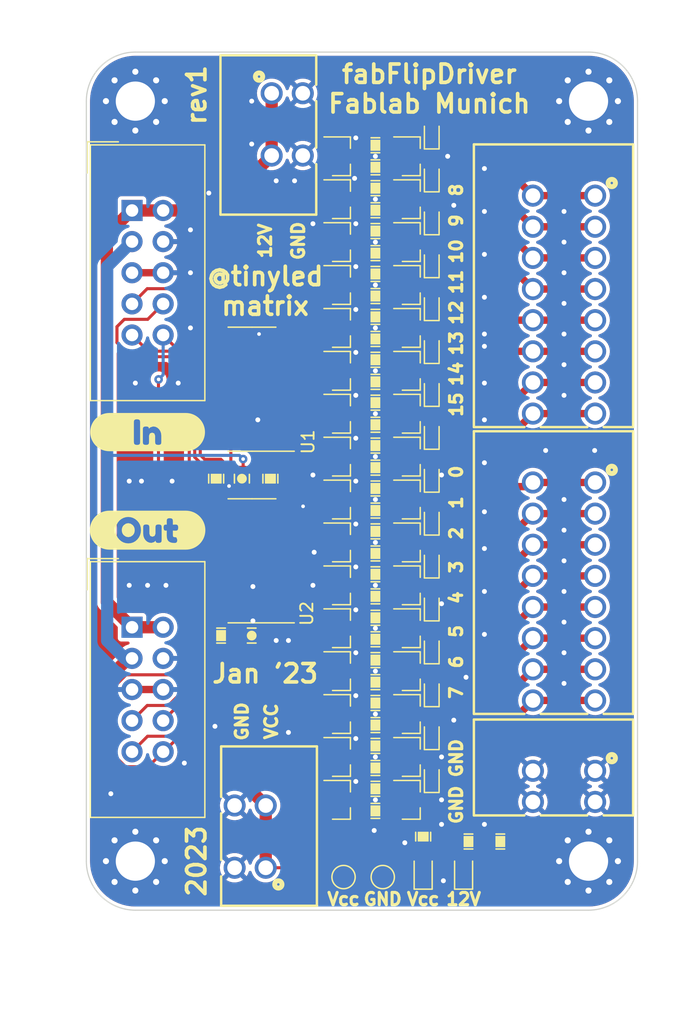
<source format=kicad_pcb>
(kicad_pcb (version 20211014) (generator pcbnew)
  (title_block (title "fabFlipDriver") (date "2023-01-26") (rev "V001") (company "Fablab Munich") (comment 1 "@tinyledmatrix[@chaos.social]") (comment 4 "AISLER Project ID: ELMUHWRK"))
  (layers (0 "F.Cu" signal) (31 "B.Cu" signal) (34 "B.Paste" user) (35 "F.Paste" user) (36 "B.SilkS" user "B.Silkscreen") (37 "F.SilkS" user "F.Silkscreen") (38 "B.Mask" user) (39 "F.Mask" user) (44 "Edge.Cuts" user))
  (net 0 "")
  (net 1 "GND")
  (net 2 "VCC")
  (net 3 "+12V")
  (net 4 "/Din")
  (net 5 "/Clock")
  (net 6 "/Clear")
  (net 7 "/Latch")
  (net 8 "Net-(Q1-Pad1)")
  (net 9 "Net-(Q2-Pad1)")
  (net 10 "/Bit08")
  (net 11 "/Bit00")
  (net 12 "Net-(Q5-Pad1)")
  (net 13 "Net-(Q6-Pad1)")
  (net 14 "/Bit09")
  (net 15 "/Bit01")
  (net 16 "Net-(Q11-Pad3)")
  (net 17 "Net-(Q10-Pad1)")
  (net 18 "/Bit10")
  (net 19 "/Bit02")
  (net 20 "Net-(Q13-Pad1)")
  (net 21 "Net-(Q14-Pad1)")
  (net 22 "/Bit11")
  (net 23 "/Bit03")
  (net 24 "Net-(Q17-Pad1)")
  (net 25 "Net-(Q18-Pad1)")
  (net 26 "/Bit12")
  (net 27 "/Bit04")
  (net 28 "Net-(Q21-Pad1)")
  (net 29 "Net-(Q22-Pad1)")
  (net 30 "/Bit13")
  (net 31 "/Bit05")
  (net 32 "Net-(Q25-Pad1)")
  (net 33 "Net-(Q26-Pad1)")
  (net 34 "/Bit14")
  (net 35 "/Bit06")
  (net 36 "Net-(Q29-Pad1)")
  (net 37 "Net-(Q30-Pad1)")
  (net 38 "/Bit15")
  (net 39 "/Bit07")
  (net 40 "Net-(R9-Pad1)")
  (net 41 "Net-(R23-Pad1)")
  (net 42 "Net-(U1-Pad9)")
  (net 43 "Net-(D1-Pad2)")
  (net 44 "Net-(D2-Pad2)")
  (net 45 "Net-(R36-Pad2)")
  (net 46 "/Dout")
  (net 47 "/O_08")
  (net 48 "/O_09")
  (net 49 "/O_10")
  (net 50 "/O_11")
  (net 51 "/O_12")
  (net 52 "/O_13")
  (net 53 "/O_14")
  (net 54 "/O_00")
  (net 55 "/O_01")
  (net 56 "/O_02")
  (net 57 "/O_03")
  (net 58 "/O_04")
  (net 59 "/O_05")
  (net 60 "/O_06")
  (net 61 "/O_07")
  (net 62 "/O_15")
  (footprint "pkl_dipol:R_0603" (layer "F.Cu") (at 134.7 178.9 180)
    (fp_text reference "R38")
    (fp_text value "1K")
  )
  (footprint "pkl_dipol:R_0603" (layer "F.Cu") (at 127.1 132.6 180)
    (fp_text reference "R15")
    (fp_text value "10k")
  )
  (footprint "pkl_dipol:R_0603" (layer "F.Cu") (at 127.1 123.9 180)
    (fp_text reference "R1")
    (fp_text value "10k")
  )
  (footprint "pkl_dipol:R_0603" (layer "F.Cu") (at 127.1 129.1 180)
    (fp_text reference "R11")
    (fp_text value "10k")
  )
  (footprint "pkl_dipol:R_0603" (layer "F.Cu") (at 114.1 149.3 -90)
    (fp_text reference "R9")
    (fp_text value "10k")
  )
  (footprint "Package_TO_SOT_SMD:SOT-23" (layer "F.Cu") (at 130 144)
    (fp_text reference "Q25" hide)
    (fp_text value "AO3401A")
  )
  (footprint "Package_TO_SOT_SMD:SOT-23" (layer "F.Cu") (at 124.3 147.5)
    (fp_text reference "Q31" hide)
    (fp_text value "2N7002")
  )
  (footprint "Package_TO_SOT_SMD:SOT-23" (layer "F.Cu") (at 124.3 130)
    (fp_text reference "Q11" hide)
    (fp_text value "2N7002")
  )
  (footprint "Package_TO_SOT_SMD:SOT-23" (layer "F.Cu") (at 124.3 137)
    (fp_text reference "Q19" hide)
    (fp_text value "2N7002")
  )
  (footprint "Package_TO_SOT_SMD:SOT-23" (layer "F.Cu") (at 124.3 161.5)
    (fp_text reference "Q16" hide)
    (fp_text value "2N7002")
  )
  (footprint "pkl_dipol:R_0603" (layer "F.Cu") (at 127.1 150.1 180)
    (fp_text reference "R4")
    (fp_text value "10k")
  )
  (footprint "pkl_dipol:R_0603" (layer "F.Cu") (at 127.1 136.1 180)
    (fp_text reference "R20")
    (fp_text value "10k")
  )
  (footprint "pkl_dipol:R_0603" (layer "F.Cu") (at 127.1 137.9 180)
    (fp_text reference "R19")
    (fp_text value "10k")
  )
  (footprint "Package_TO_SOT_SMD:SOT-23" (layer "F.Cu") (at 124.3 126.5)
    (fp_text reference "Q7" hide)
    (fp_text value "2N7002")
  )
  (footprint "TestPoint:TestPoint_Pad_D1.5mm" (layer "F.Cu") (at 127.7 181.8)
    (fp_text reference "TP3" hide)
    (fp_text value "TestPoint")
  )
  (footprint "Package_TO_SOT_SMD:SOT-23" (layer "F.Cu") (at 124.3 158)
    (fp_text reference "Q12" hide)
    (fp_text value "2N7002")
  )
  (footprint "Package_TO_SOT_SMD:SOT-23" (layer "F.Cu") (at 124.3 154.5)
    (fp_text reference "Q8" hide)
    (fp_text value "2N7002")
  )
  (footprint "pkl_dipol:R_0603" (layer "F.Cu") (at 127.1 141.4 180)
    (fp_text reference "R24")
    (fp_text value "10k")
  )
  (footprint "pkl_dipol:R_0603" (layer "F.Cu") (at 127.1 167.6 180)
    (fp_text reference "R27")
    (fp_text value "10k")
  )
  (footprint "pkl_dipol:C_0603" (layer "F.Cu") (at 116.2 149.3 90)
    (fp_text reference "C1")
    (fp_text value "100n")
  )
  (footprint "pkl_dipol:R_0603" (layer "F.Cu") (at 127.1 176.4 180)
    (fp_text reference "R34")
    (fp_text value "10k")
  )
  (footprint "pkl_dipol:R_0603" (layer "F.Cu") (at 127.1 139.6 180)
    (fp_text reference "R25")
    (fp_text value "10k")
  )
  (footprint "pkl_dipol:R_0603" (layer "F.Cu") (at 127.1 151.9 180)
    (fp_text reference "R3")
    (fp_text value "10k")
  )
  (footprint "ownCon:WE_691403900002B" (layer "F.Cu") (at 142.5 174.4 -90)
    (fp_text reference "J5" hide)
    (fp_text value "Conn_01x02")
  )
  (footprint "Diode_SMD:D_SOD-523" (layer "F.Cu") (at 131.7 159.75 90)
    (fp_text reference "D10" hide)
    (fp_text value "D")
  )
  (footprint "Diode_SMD:D_SOD-523" (layer "F.Cu") (at 131.7 173.75 90)
    (fp_text reference "D18" hide)
    (fp_text value "D")
  )
  (footprint "Package_TO_SOT_SMD:SOT-23" (layer "F.Cu") (at 124.3 144)
    (fp_text reference "Q27" hide)
    (fp_text value "2N7002")
  )
  (footprint "pkl_dipol:R_0603" (layer "F.Cu") (at 127.1 146.6 180)
    (fp_text reference "R33")
    (fp_text value "10k")
  )
  (footprint "pkl_dipol:R_0603" (layer "F.Cu") (at 127.1 143.1 180)
    (fp_text reference "R29")
    (fp_text value "10k")
  )
  (footprint "kibuzzard-63C33DF7" (layer "F.Cu") (at 108.5 145.5)
    (fp_text reference "kibuzzard-63C33DF7" hide)
    (fp_text value "G***" hide)
  )
  (footprint "pkl_dipol:R_0603" (layer "F.Cu") (at 127.1 160.65 180)
    (fp_text reference "R17")
    (fp_text value "10k")
  )
  (footprint "LED_SMD:LED_0603_1608Metric" (layer "F.Cu") (at 134.3 181.3 90)
    (fp_text reference "D2" hide)
    (fp_text value "LED")
  )
  (footprint "pkl_dipol:R_0603" (layer "F.Cu") (at 127.1 164.1 180)
    (fp_text reference "R22")
    (fp_text value "10k")
  )
  (footprint "pkl_dipol:R_0603" (layer "F.Cu") (at 127.1 165.9 180)
    (fp_text reference "R21")
    (fp_text value "10k")
  )
  (footprint "Diode_SMD:D_SOD-523" (layer "F.Cu") (at 131.7 145.75 90)
    (fp_text reference "D17" hide)
    (fp_text value "D")
  )
  (footprint "MountingHole:MountingHole_3.2mm_M3_Pad_Via" (layer "F.Cu") (at 107.5 118.5)
    (fp_text reference "H1" hide)
    (fp_text value "MountingHole_Pad")
  )
  (footprint "Diode_SMD:D_SOD-523" (layer "F.Cu") (at 131.7 121.25 90)
    (fp_text reference "D3" hide)
    (fp_text value "D")
  )
  (footprint "pkl_dipol:R_0603" (layer "F.Cu") (at 137.3 178.9 180)
    (fp_text reference "R36")
    (fp_text value "1K")
  )
  (footprint "Diode_SMD:D_SOD-523" (layer "F.Cu") (at 131.7 142.25 90)
    (fp_text reference "D15" hide)
    (fp_text value "D")
  )
  (footprint "pkl_dipol:R_0603" (layer "F.Cu") (at 127.1 155.4 180)
    (fp_text reference "R7")
    (fp_text value "10k")
  )
  (footprint "Package_TO_SOT_SMD:SOT-23" (layer "F.Cu") (at 124.3 140.5)
    (fp_text reference "Q23" hide)
    (fp_text value "2N7002")
  )
  (footprint "Package_TO_SOT_SMD:SOT-23" (layer "F.Cu") (at 124.3 172)
    (fp_text reference "Q28" hide)
    (fp_text value "2N7002")
  )
  (footprint "pkl_dipol:R_0603" (layer "F.Cu") (at 127.1 122.1 180)
    (fp_text reference "R2")
    (fp_text value "10k")
  )
  (footprint "Package_TO_SOT_SMD:SOT-23" (layer "F.Cu") (at 130 137)
    (fp_text reference "Q17" hide)
    (fp_text value "AO3401A")
  )
  (footprint "MountingHole:MountingHole_3.2mm_M3_Pad_Via" (layer "F.Cu") (at 144.5 118.5)
    (fp_text reference "H2" hide)
    (fp_text value "MountingHole_Pad")
  )
  (footprint "Package_TO_SOT_SMD:SOT-23" (layer "F.Cu") (at 130 168.5)
    (fp_text reference "Q22" hide)
    (fp_text value "AO3401A")
  )
  (footprint "Connector_IDC:IDC-Header_2x05_P2.54mm_Vertical" (layer "F.Cu") (at 108.5 132.5)
    (fp_text reference "J1" hide)
    (fp_text value "Conn_02x05_Odd_Even")
  )
  (footprint "pkl_dipol:R_0603" (layer "F.Cu") (at 127.1 153.6 180)
    (fp_text reference "R8")
    (fp_text value "10k")
  )
  (footprint "Package_TO_SOT_SMD:SOT-23" (layer "F.Cu") (at 124.3 133.5)
    (fp_text reference "Q15" hide)
    (fp_text value "2N7002")
  )
  (footprint "Package_TO_SOT_SMD:SOT-23" (layer "F.Cu") (at 130 158)
    (fp_text reference "Q10" hide)
    (fp_text value "AO3401A")
  )
  (footprint "Package_TO_SOT_SMD:SOT-23" (layer "F.Cu") (at 130 126.5)
    (fp_text reference "Q5" hide)
    (fp_text value "AO3401A")
  )
  (footprint "kibuzzard-63C33DE4" (layer "F.Cu") (at 108.5 153.5)
    (fp_text reference "kibuzzard-63C33DE4" hide)
    (fp_text value "G***" hide)
  )
  (footprint "pkl_dipol:R_0603" (layer "F.Cu") (at 127.1 144.9 180)
    (fp_text reference "R28")
    (fp_text value "10k")
  )
  (footprint "Package_TO_SOT_SMD:SOT-23" (layer "F.Cu") (at 124.3 123)
    (fp_text reference "Q3" hide)
    (fp_text value "2N7002")
  )
  (footprint "Diode_SMD:D_SOD-523" (layer "F.Cu") (at 131.7 135.25 90)
    (fp_text reference "D11" hide)
    (fp_text value "D")
  )
  (footprint "Diode_SMD:D_SOD-523" (layer "F.Cu") (at 131.7 138.75 90)
    (fp_text reference "D13" hide)
    (fp_text value "D")
  )
  (footprint "MountingHole:MountingHole_3.2mm_M3_Pad_Via" (layer "F.Cu") (at 107.5 180.5)
    (fp_text reference "H3" hide)
    (fp_text value "MountingHole_Pad")
  )
  (footprint "pkl_dipol:R_0603" (layer "F.Cu") (at 127.1 134.4 180)
    (fp_text reference "R14")
    (fp_text value "10k")
  )
  (footprint "ownCon:WE_691403900002B" (layer "F.Cu") (at 116.875 178.5 180)
    (fp_text reference "J6" hide)
    (fp_text value "Conn_01x02")
  )
  (footprint "Package_TO_SOT_SMD:SOT-23" (layer "F.Cu") (at 130 172)
    (fp_text reference "Q26" hide)
    (fp_text value "AO3401A")
  )
  (footprint "Package_TO_SOT_SMD:SOT-23" (layer "F.Cu") (at 130 151)
    (fp_text reference "Q2" hide)
    (fp_text value "AO3401A")
  )
  (footprint "pkl_dipol:R_0603" (layer "F.Cu") (at 127.1 172.9 180)
    (fp_text reference "R30")
    (fp_text value "10k")
  )
  (footprint "Diode_SMD:D_SOD-523" (layer "F.Cu") (at 131.7 149.25 90)
    (fp_text reference "D4" hide)
    (fp_text value "D")
  )
  (footprint "Diode_SMD:D_SOD-523" (layer "F.Cu") (at 131.7 152.75 90)
    (fp_text reference "D6" hide)
    (fp_text value "D")
  )
  (footprint "Package_TO_SOT_SMD:SOT-23" (layer "F.Cu") (at 130 154.5)
    (fp_text reference "Q6" hide)
    (fp_text value "AO3401A")
  )
  (footprint "Package_TO_SOT_SMD:SOT-23" (layer "F.Cu") (at 130 161.5)
    (fp_text reference "Q14" hide)
    (fp_text value "AO3401A")
  )
  (footprint "pkl_dipol:R_0603" (layer "F.Cu") (at 127.1 125.6 180)
    (fp_text reference "R6")
    (fp_text value "10k")
  )
  (footprint "Package_TO_SOT_SMD:SOT-23" (layer "F.Cu") (at 124.3 168.5)
    (fp_text reference "Q24" hide)
    (fp_text value "2N7002")
  )
  (footprint "MountingHole:MountingHole_3.2mm_M3_Pad_Via" (layer "F.Cu") (at 144.5 180.5)
    (fp_text reference "H4" hide)
    (fp_text value "MountingHole_Pad")
  )
  (footprint "ownCon:WE_691403900008B" (layer "F.Cu") (at 142.5 135.1 -90)
    (fp_text reference "J3" hide)
    (fp_text value "Conn_01x08")
  )
  (footprint "pkl_dipol:R_0603" (layer "F.Cu") (at 127.1 148.4 180)
    (fp_text reference "R32")
    (fp_text value "10k")
  )
  (footprint "Package_TO_SOT_SMD:SOT-23" (layer "F.Cu") (at 130 140.5)
    (fp_text reference "Q21" hide)
    (fp_text value "AO3401A")
  )
  (footprint "Package_TO_SOT_SMD:SOT-23" (layer "F.Cu") (at 130 130)
    (fp_text reference "Q9" hide)
    (fp_text value "AO3401A")
  )
  (footprint "Package_TO_SOT_SMD:SOT-23" (layer "F.Cu") (at 124.3 175.5)
    (fp_text reference "Q32" hide)
    (fp_text value "2N7002")
  )
  (footprint "LED_SMD:LED_0603_1608Metric" (layer "F.Cu") (at 131 181.3 90)
    (fp_text reference "D1" hide)
    (fp_text value "LED")
  )
  (footprint "Package_TO_SOT_SMD:SOT-23" (layer "F.Cu") (at 130 175.5)
    (fp_text reference "Q30" hide)
    (fp_text value "AO3401A")
  )
  (footprint "ownCon:WE_691403900008B" (layer "F.Cu") (at 142.5 158.5 -90)
    (fp_text reference "J4" hide)
    (fp_text value "Conn_01x08")
  )
  (footprint "Package_TO_SOT_SMD:SOT-23" (layer "F.Cu") (at 124.3 165)
    (fp_text reference "Q20" hide)
    (fp_text value "2N7002")
  )
  (footprint "pkl_dipol:R_0603" (layer "F.Cu") (at 131 178.5 -90)
    (fp_text reference "R37")
    (fp_text value "1K")
  )
  (footprint "Package_TO_SOT_SMD:SOT-23" (layer "F.Cu") (at 130 133.5)
    (fp_text reference "Q13" hide)
    (fp_text value "AO3401A")
  )
  (footprint "Connector_IDC:IDC-Header_2x05_P2.54mm_Vertical" (layer "F.Cu") (at 108.5 166.5)
    (fp_text reference "J2" hide)
    (fp_text value "Conn_02x05_Odd_Even")
  )
  (footprint "pkl_dipol:R_0603" (layer "F.Cu") (at 127.1 162.4 180)
    (fp_text reference "R16")
    (fp_text value "10k")
  )
  (footprint "pkl_dipol:R_0603" (layer "F.Cu") (at 114.5 162.1)
    (fp_text reference "R18")
    (fp_text value "10k")
  )
  (footprint "ownCon:WE_691403900002B" (layer "F.Cu") (at 119.9 120.4)
    (fp_text reference "J7" hide)
    (fp_text value "Conn_01x02")
  )
  (footprint "pkl_dipol:R_0603" (layer "F.Cu") (at 127.1 174.6 180)
    (fp_text reference "R35")
    (fp_text value "10k")
  )
  (footprint "Package_TO_SOT_SMD:SOT-23" (layer "F.Cu") (at 130 123)
    (fp_text reference "Q1" hide)
    (fp_text value "AO3401A")
  )
  (footprint "Diode_SMD:D_SOD-523" (layer "F.Cu") (at 131.7 163.25 90)
    (fp_text reference "D12" hide)
    (fp_text value "D")
  )
  (footprint "Diode_SMD:D_SOD-523" (layer "F.Cu") (at 131.7 156.25 90)
    (fp_text reference "D8" hide)
    (fp_text value "D")
  )
  (footprint "pkl_dipol:R_0603" (layer "F.Cu") (at 127.1 130.9 180)
    (fp_text reference "R10")
    (fp_text value "10k")
  )
  (footprint "Package_SO:SOIC-16_3.9x9.9mm_P1.27mm" (layer "F.Cu") (at 117.025 142 180)
    (fp_text reference "U1")
    (fp_text value "74HC595")
  )
  (footprint "Diode_SMD:D_SOD-523" (layer "F.Cu") (at 131.7 170.25 90)
    (fp_text reference "D16" hide)
    (fp_text value "D")
  )
  (footprint "Diode_SMD:D_SOD-523" (layer "F.Cu") (at 131.7 131.75 90)
    (fp_text reference "D9" hide)
    (fp_text value "D")
  )
  (footprint "pkl_dipol:R_0603" (layer "F.Cu") (at 127.1 157.1 180)
    (fp_text reference "R13")
    (fp_text value "10k")
  )
  (footprint "Package_TO_SOT_SMD:SOT-23" (layer "F.Cu") (at 130 147.5)
    (fp_text reference "Q29" hide)
    (fp_text value "AO3401A")
  )
  (footprint "Diode_SMD:D_SOD-523" (layer "F.Cu") (at 131.7 128.25 90)
    (fp_text reference "D7" hide)
    (fp_text value "D")
  )
  (footprint "pkl_dipol:R_0603" (layer "F.Cu") (at 127.1 171.1 180)
    (fp_text reference "R31")
    (fp_text value "10k")
  )
  (footprint "TestPoint:TestPoint_Pad_D1.5mm" (layer "F.Cu") (at 124.5 181.8)
    (fp_text reference "TP2" hide)
    (fp_text value "TestPoint")
  )
  (footprint "Package_TO_SOT_SMD:SOT-23" (layer "F.Cu") (at 130 165)
    (fp_text reference "Q18" hide)
    (fp_text value "AO3401A")
  )
  (footprint "Diode_SMD:D_SOD-523" (layer "F.Cu") (at 131.7 166.75 90)
    (fp_text reference "D14" hide)
    (fp_text value "D")
  )
  (footprint "pkl_dipol:R_0603" (layer "F.Cu") (at 127.1 127.4 180)
    (fp_text reference "R5")
    (fp_text value "10k")
  )
  (footprint "Package_SO:SOIC-16_3.9x9.9mm_P1.27mm" (layer "F.Cu") (at 117.025 156 180)
    (fp_text reference "U2")
    (fp_text value "74HC595")
  )
  (footprint "pkl_dipol:R_0603" (layer "F.Cu") (at 118.525 149.3 90)
    (fp_text reference "R23")
    (fp_text value "10k")
  )
  (footprint "Package_TO_SOT_SMD:SOT-23" (layer "F.Cu") (at 124.3 151)
    (fp_text reference "Q4" hide)
    (fp_text value "2N7002")
  )
  (footprint "Diode_SMD:D_SOD-523" (layer "F.Cu") (at 131.7 124.75 90)
    (fp_text reference "D5" hide)
    (fp_text value "D")
  )
  (footprint "pkl_dipol:R_0603" (layer "F.Cu") (at 127.1 169.4 180)
    (fp_text reference "R26")
    (fp_text value "10k")
  )
  (footprint "pkl_dipol:C_0603" (layer "F.Cu") (at 117 162.1 180)
    (fp_text reference "C2")
    (fp_text value "100n")
  )
  (footprint "pkl_dipol:R_0603" (layer "F.Cu") (at 127.1 158.9 180)
    (fp_text reference "R12")
    (fp_text value "10k")
  )
  (gr_line (start 148.5 118.5) (end 148.5 175) (layer "Edge.Cuts") (width 0.1))
  (gr_line (start 107.5 114.5) (end 144.5 114.5) (layer "Edge.Cuts") (width 0.1))
  (gr_line (start 103.5 180.5) (end 103.5 118.5) (layer "Edge.Cuts") (width 0.1))
  (gr_arc (start 148.5 180.5) (mid 147.328427 183.328427) (end 144.5 184.5) (layer "Edge.Cuts") (width 0.1))
  (gr_arc (start 107.5 184.5) (mid 104.671573 183.328427) (end 103.5 180.5) (layer "Edge.Cuts") (width 0.1))
  (gr_line (start 148.5 176) (end 148.5 180.5) (layer "Edge.Cuts") (width 0.1))
  (gr_line (start 148.5 175) (end 148.5 176) (layer "Edge.Cuts") (width 0.1))
  (gr_line (start 144.5 184.5) (end 107.5 184.5) (layer "Edge.Cuts") (width 0.1))
  (gr_arc (start 144.5 114.5) (mid 147.328427 115.671573) (end 148.5 118.5) (layer "Edge.Cuts") (width 0.1))
  (gr_arc (start 103.5 118.5) (mid 104.671573 115.671573) (end 107.5 114.5) (layer "Edge.Cuts") (width 0.1))
  (gr_text "3" (at 133.7 156.5 90) (layer "F.SilkS") (effects (font (size 1 1) (thickness 0.25))))
  (gr_text "GND" (at 127.7 183.6) (layer "F.SilkS") (effects (font (size 1 1) (thickness 0.25))))
  (gr_text "2023" (at 112.5 180.5 90) (layer "F.SilkS") (effects (font (size 1.5 1.5) (thickness 0.3))))
  (gr_text "rev1" (at 112.5 118 90) (layer "F.SilkS") (effects (font (size 1.5 1.5) (thickness 0.3))))
  (gr_text "GND" (at 116.2 169.1 90) (layer "F.SilkS") (effects (font (size 1 1) (thickness 0.25))))
  (gr_text "@tinyled\nmatrix" (at 118.1 134) (layer "F.SilkS") (effects (font (size 1.5 1.5) (thickness 0.3))))
  (gr_text "Vcc" (at 131 183.6) (layer "F.SilkS") (effects (font (size 1 1) (thickness 0.25))))
  (gr_text "11" (at 133.7 133.25 90) (layer "F.SilkS") (effects (font (size 1 1) (thickness 0.25))))
  (gr_text "5" (at 133.7 161.75 90) (layer "F.SilkS") (effects (font (size 1 1) (thickness 0.25))))
  (gr_text "13" (at 133.7 138.25 90) (layer "F.SilkS") (effects (font (size 1 1) (thickness 0.25))))
  (gr_text "14" (at 133.7 140.75 90) (layer "F.SilkS") (effects (font (size 1 1) (thickness 0.25))))
  (gr_text "0" (at 133.7 148.75 90) (layer "F.SilkS") (effects (font (size 1 1) (thickness 0.25))))
  (gr_text "6" (at 133.7 164.25 90) (layer "F.SilkS") (effects (font (size 1 1) (thickness 0.25))))
  (gr_text "4" (at 133.7 159 90) (layer "F.SilkS") (effects (font (size 1 1) (thickness 0.25))))
  (gr_text "9" (at 133.7 128.25 90) (layer "F.SilkS") (effects (font (size 1 1) (thickness 0.25))))
  (gr_text "2" (at 133.7 153.75 90) (layer "F.SilkS") (effects (font (size 1 1) (thickness 0.25))))
  (gr_text "7" (at 133.7 166.75 90) (layer "F.SilkS") (effects (font (size 1 1) (thickness 0.25))))
  (gr_text "VCC" (at 118.6 169.1 90) (layer "F.SilkS") (effects (font (size 1 1) (thickness 0.25))))
  (gr_text "12V" (at 118.1 129.9 90) (layer "F.SilkS") (effects (font (size 1 1) (thickness 0.25))))
  (gr_text "8" (at 133.7 125.75 90) (layer "F.SilkS") (effects (font (size 1 1) (thickness 0.25))))
  (gr_text "15" (at 133.7 143.25 90) (layer "F.SilkS") (effects (font (size 1 1) (thickness 0.25))))
  (gr_text "GND GND" (at 133.7 174 90) (layer "F.SilkS") (effects (font (size 1 1) (thickness 0.25))))
  (gr_text "12" (at 133.7 135.75 90) (layer "F.SilkS") (effects (font (size 1 1) (thickness 0.25))))
  (gr_text "Jan '23" (at 118.1 165.2) (layer "F.SilkS") (effects (font (size 1.5 1.5) (thickness 0.3))))
  (gr_text "GND" (at 120.8 129.9 90) (layer "F.SilkS") (effects (font (size 1 1) (thickness 0.25))))
  (gr_text "Vcc" (at 124.5 183.6) (layer "F.SilkS") (effects (font (size 1 1) (thickness 0.25))))
  (gr_text "1" (at 133.7 151.25 90) (layer "F.SilkS") (effects (font (size 1 1) (thickness 0.25))))
  (gr_text "fabFlipDriver\nFablab Munich" (at 131.5 117.5) (layer "F.SilkS") (effects (font (size 1.5 1.5) (thickness 0.3))))
  (gr_text "10" (at 133.7 130.75 90) (layer "F.SilkS") (effects (font (size 1 1) (thickness 0.25))))
  (gr_text "12V" (at 134.3 183.6) (layer "F.SilkS") (effects (font (size 1 1) (thickness 0.25))))
  (segment (start 132.6375 182.0875) (end 132.65 182.1) (width 0.25) (layer "F.Cu") (net 1))
  (segment (start 107.23 132.5) (end 109.77 132.5) (width 0.6) (layer "F.Cu") (net 1))
  (segment (start 107.23 166.5) (end 109.77 166.5) (width 0.6) (layer "F.Cu") (net 1))
  (segment (start 119.5 137.555) (end 117.655 137.555) (width 0.25) (layer "F.Cu") (net 1))
  (segment (start 134.3 182.0875) (end 132.6625 182.0875) (width 0.25) (layer "F.Cu") (net 1))
  (segment (start 117.655 137.555) (end 117.6 137.5) (width 0.25) (layer "F.Cu") (net 1))
  (segment (start 130.1375 182.0875) (end 129.85 181.8) (width 0.25) (layer "F.Cu") (net 1))
  (segment (start 129.85 181.8) (end 127.7 181.8) (width 0.25) (layer "F.Cu") (net 1))
  (segment (start 132.6625 182.0875) (end 132.65 182.1) (width 0.25) (layer "F.Cu") (net 1))
  (segment (start 131 182.0875) (end 130.1375 182.0875) (width 0.25) (layer "F.Cu") (net 1))
  (segment (start 131 182.0875) (end 132.6375 182.0875) (width 0.25) (layer "F.Cu") (net 1))
  (segment (start 119.5 151.555) (end 121.195 151.555) (width 0.25) (layer "F.Cu") (net 1))
  (via (at 125.5 163.5) (size 0.8) (drill 0.4) (layers "F.Cu" "B.Cu") (net 1))
  (via (at 117.6 137.5) (size 0.7) (drill 0.3) (layers "F.Cu" "B.Cu") (net 1))
  (via (at 127.1 151) (size 0.8) (drill 0.4) (layers "F.Cu" "B.Cu") (net 1))
  (via (at 136 137.5) (size 0.8) (drill 0.4) (layers "F.Cu" "B.Cu") (net 1))
  (via (at 127.1 133.5) (size 0.8) (drill 0.4) (layers "F.Cu" "B.Cu") (net 1))
  (via (at 125.5 170.5) (size 0.8) (drill 0.4) (layers "F.Cu" "B.Cu") (net 1))
  (via (at 125.5 135.5) (size 0.8) (drill 0.4) (layers "F.Cu" "B.Cu") (net 1))
  (via (at 117.1 160.9) (size 0.8) (drill 0.4) (layers "F.Cu" "B.Cu") (net 1))
  (via (at 110 158) (size 0.8) (drill 0.4) (layers "F.Cu" "B.Cu") (net 1))
  (via (at 132.5 175.5) (size 0.8) (drill 0.4) (layers "F.Cu" "B.Cu") (net 1))
  (via (at 136 138.5) (size 0.8) (drill 0.4) (layers "F.Cu" "B.Cu") (net 1))
  (via (at 142.5 161) (size 0.8) (drill 0.4) (layers "F.Cu" "B.Cu") (net 1))
  (via (at 142.5 135) (size 0.8) (drill 0.4) (layers "F.Cu" "B.Cu") (net 1))
  (via (at 125.5 160) (size 0.8) (drill 0.4) (layers "F.Cu" "B.Cu") (net 1))
  (via (at 125.5 128.5) (size 0.8) (drill 0.4) (layers "F.Cu" "B.Cu") (net 1))
  (via (at 145 147) (size 0.8) (drill 0.4) (layers "F.Cu" "B.Cu") (net 1))
  (via (at 136 144.5) (size 0.8) (drill 0.4) (layers "F.Cu" "B.Cu") (net 1))
  (via (at 129.5 179) (size 0.8) (drill 0.4) (layers "F.Cu" "B.Cu") (net 1))
  (via (at 127.1 165) (size 0.8) (drill 0.4) (layers "F.Cu" "B.Cu") (net 1))
  (via (at 108.5 158) (size 0.8) (drill 0.4) (layers "F.Cu" "B.Cu") (net 1))
  (via (at 142.5 163.5) (size 0.8) (drill 0.4) (layers "F.Cu" "B.Cu") (net 1))
  (via (at 142.5 130) (size 0.8) (drill 0.4) (layers "F.Cu" "B.Cu") (net 1))
  (via (at 136 124) (size 0.8) (drill 0.4) (layers "F.Cu" "B.Cu") (net 1))
  (via (at 125.5 121.5) (size 0.8) (drill 0.4) (layers "F.Cu" "B.Cu") (net 1))
  (via (at 127.1 140.5) (size 0.8) (drill 0.4) (layers "F.Cu" "B.Cu") (net 1))
  (via (at 127.1 175.5) (size 0.8) (drill 0.4) (layers "F.Cu" "B.Cu") (net 1))
  (via (at 142.5 166) (size 0.8) (drill 0.4) (layers "F.Cu" "B.Cu") (net 1))
  (via (at 125.5 174) (size 0.8) (drill 0.4) (layers "F.Cu" "B.Cu") (net 1))
  (via (at 121.195 151.555) (size 0.7) (drill 0.3) (layers "F.Cu" "B.Cu") (net 1))
  (via (at 107.5 141.5) (size 0.8) (drill 0.4) (layers "F.Cu" "B.Cu") (net 1))
  (via (at 114 169.5) (size 0.8) (drill 0.4) (layers "F.Cu" "B.Cu") (net 1))
  (via (at 142.5 127.5) (size 0.8) (drill 0.4) (layers "F.Cu" "B.Cu") (net 1))
  (via (at 142.5 140) (size 0.8) (drill 0.4) (layers "F.Cu" "B.Cu") (net 1))
  (via (at 132.5 159.5) (size 0.8) (drill 0.4) (layers "F.Cu" "B.Cu") (net 1))
  (via (at 141 147) (size 0.8) (drill 0.4) (layers "F.Cu" "B.Cu") (net 1))
  (via (at 122 149) (size 0.8) (drill 0.4) (layers "F.Cu" "B.Cu") (net 1))
  (via (at 127.1 154.5) (size 0.8) (drill 0.4) (layers "F.Cu" "B.Cu") (net 1))
  (via (at 127.1 168.5) (size 0.8) (drill 0.4) (layers "F.Cu" "B.Cu") (net 1))
  (via (at 120 170) (size 0.8) (drill 0.4) (layers "F.Cu" "B.Cu") (net 1))
  (via (at 122 158) (size 0.8) (drill 0.4) (layers "F.Cu" "B.Cu") (net 1))
  (via (at 136 131) (size 0.8) (drill 0.4) (layers "F.Cu" "B.Cu") (net 1))
  (via (at 117 122) (size 0.8) (drill 0.4) (layers "F.Cu" "B.Cu") (net 1))
  (via (at 142.5 156) (size 0.8) (drill 0.4) (layers "F.Cu" "B.Cu") (net 1))
  (via (at 125.5 156.5) (size 0.8) (drill 0.4) (layers "F.Cu" "B.Cu") (net 1))
  (via (at 110.5 149.5) (size 0.8) (drill 0.4) (layers "F.Cu" "B.Cu") (net 1))
  (via (at 127 178) (size 0.8) (drill 0.4) (layers "F.Cu" "B.Cu") (net 1))
  (via (at 132.5 172) (size 0.8) (drill 0.4) (layers "F.Cu" "B.Cu") (net 1))
  (via (at 119 162.5) (size 0.8) (drill 0.4) (layers "F.Cu" "B.Cu") (net 1))
  (via (at 127.1 144) (size 0.8) (drill 0.4) (layers "F.Cu" "B.Cu") (net 1))
  (via (at 142.5 158.5) (size 0.8) (drill 0.4) (layers "F.Cu" "B.Cu") (net 1))
  (via (at 113.5 126) (size 0.8) (drill 0.4) (layers "F.Cu" "B.Cu") (net 1))
  (via (at 133.5 127) (size 0.8) (drill 0.4) (layers "F.Cu" "B.Cu") (net 1))
  (via (at 142.5 132.5) (size 0.8) (drill 0.4) (layers "F.Cu" "B.Cu") (net 1))
  (via (at 117.1 158.1) (size 0.8) (drill 0.4) (layers "F.Cu" "B.Cu") (net 1))
  (via (at 127.1 130) (size 0.8) (drill 0.4) (layers "F.Cu" "B.Cu") (net 1))
  (via (at 136 152) (size 0.8) (drill 0.4) (layers "F.Cu" "B.Cu") (net 1))
  (via (at 127.1 161.5) (size 0.8) (drill 0.4) (layers "F.Cu" "B.Cu") (net 1))
  (via (at 136 141.5) (size 0.8) (drill 0.4) (layers "F.Cu" "B.Cu") (net 1))
  (via (at 125.5 149.5) (size 0.8) (drill 0.4) (layers "F.Cu" "B.Cu") (net 1))
  (via (at 136 134.5) (size 0.8) (drill 0.4) (layers "F.Cu" "B.Cu") (net 1))
  (via (at 119 125) (size 0.8) (drill 0.4) (layers "F.Cu" "B.Cu") (net 1))
  (via (at 125.4 124.8) (size 0.8) (drill 0.4) (layers "F.Cu" "B.Cu") (net 1))
  (via (at 108 149.5) (size 0.8) (drill 0.4) (layers "F.Cu" "B.Cu") (net 1))
  (via (at 136 158.5) (size 0.8) (drill 0.4) (layers "F.Cu" "B.Cu") (net 1))
  (via (at 125.5 142.5) (size 0.8) (drill 0.4) (layers "F.Cu" "B.Cu") (net 1))
  (via (at 105.5 175) (size 0.8) (drill 0.4) (layers "F.Cu" "B.Cu") (net 1))
  (via (at 136 177.5) (size 0.8) (drill 0.4) (layers "F.Cu" "B.Cu") (net 1))
  (via (at 107 158) (size 0.8) (drill 0.4) (layers "F.Cu" "B.Cu") (net 1))
  (via (at 136 127.5) (size 0.8) (drill 0.4) (layers "F.Cu" "B.Cu") (net 1))
  (via (at 142.5 151) (size 0.8) (drill 0.4) (layers "F.Cu" "B.Cu") (net 1))
  (via (at 132.5 177.5) (size 0.8) (drill 0.4) (layers "F.Cu" "B.Cu") (net 1))
  (via (at 117.5 144.5) (size 0.8) (drill 0.4) (layers "F.Cu" "B.Cu") (net 1))
  (via (at 136 148) (size 0.8) (drill 0.4) (layers "F.Cu" "B.Cu") (net 1))
  (via (at 122.1 155.3) (size 0.8) (drill 0.4) (layers "F.Cu" "B.Cu") (net 1))
  (via (at 111.5 172.5) (size 0.8) (drill 0.4) (layers "F.Cu" "B.Cu") (net 1))
  (via (at 125.5 153) (size 0.8) (drill 0.4) (layers "F.Cu" "B.Cu") (net 1))
  (via (at 127.1 147.5) (size 0.8) (drill 0.4) (layers "F.Cu" "B.Cu") (net 1))
  (via (at 127.1 126.5) (size 0.8) (drill 0.4) (layers "F.Cu" "B.Cu") (net 1))
  (via (at 125.5 146) (size 0.8) (drill 0.4) (layers "F.Cu" "B.Cu") (net 1))
  (via (at 107 149.5) (size 0.8) (drill 0.4) (layers "F.Cu" "B.Cu") (net 1))
  (via (at 125.5 132) (size 0.8) (drill 0.4) (layers "F.Cu" "B.Cu") (net 1))
  (via (at 112 132.5) (size 0.8) (drill 0.4) (layers "F.Cu" "B.Cu") (net 1))
  (via (at 125.5 167) (size 0.8) (drill 0.4) (layers "F.Cu" "B.Cu") (net 1))
  (via (at 127.1 123) (size 0.8) (drill 0.4) (layers "F.Cu" "B.Cu") (net 1))
  (via (at 132.65 182.1) (size 0.8) (drill 0.4) (layers "F.Cu" "B.Cu") (net 1))
  (via (at 125.5 139) (size 0.8) (drill 0.4) (layers "F.Cu" "B.Cu") (net 1))
  (via (at 127.1 137) (size 0.8) (drill 0.4) (layers "F.Cu" "B.Cu") (net 1))
  (via (at 127.1 158) (size 0.8) (drill 0.4) (layers "F.Cu" "B.Cu") (net 1))
  (via (at 133 123) (size 0.8) (drill 0.4) (layers "F.Cu" "B.Cu") (net 1))
  (via (at 112 137) (size 0.8) (drill 0.4) (layers "F.Cu" "B.Cu") (net 1))
  (via (at 134.5 165.5) (size 0.8) (drill 0.4) (layers "F.Cu" "B.Cu") (net 1))
  (via (at 117 118.5) (size 0.8) (drill 0.4) (layers "F.Cu" "B.Cu") (net 1))
  (via (at 112 129) (size 0.8) (drill 0.4) (layers "F.Cu" "B.Cu") (net 1))
  (via (at 120 162.5) (size 0.8) (drill 0.4) (layers "F.Cu" "B.Cu") (net 1))
  (via (at 122 128.5) (size 0.8) (drill 0.4) (layers "F.Cu" "B.Cu") (net 1))
  (via (at 132.5 149) (size 0.8) (drill 0.4) (layers "F.Cu" "B.Cu") (net 1))
  (via (at 127.1 172) (size 0.8) (drill 0.4) (layers "F.Cu" "B.Cu") (net 1))
  (via (at 133.5 169) (size 0.8) (drill 0.4) (layers "F.Cu" "B.Cu") (net 1))
  (via (at 142.5 153.5) (size 0.8) (drill 0.4) (layers "F.Cu" "B.Cu") (net 1))
  (via (at 142.5 137.5) (size 0.8) (drill 0.4) (layers "F.Cu" "B.Cu") (net 1))
  (via (at 120.5 125) (size 0.8) (drill 0.4) (layers "F.Cu" "B.Cu") (net 1))
  (via (at 136 155) (size 0.8) (drill 0.4) (layers "F.Cu" "B.Cu") (net 1))
  (via (at 111 141.5) (size 0.8) (drill 0.4) (layers "F.Cu" "B.Cu") (net 1))
  (via (at 136 162) (size 0.8) (drill 0.4) (layers "F.Cu" "B.Cu") (net 1))
  (via (at 115.15 149.9) (size 0.7) (drill 0.3) (layers "F.Cu" "B.Cu") (net 1))
  (via (at 142.5 142.5) (size 0.8) (drill 0.4) (layers "F.Cu" "B.Cu") (net 1))
  (segment (start 107.23 163.96) (end 106.922339 163.96) (width 1) (layer "F.Cu") (net 2))
  (segment (start 105.075 172.375) (end 106.6 173.9) (width 1) (layer "F.Cu") (net 2))
  (segment (start 115.25 162.1) (end 116.2 162.1) (width 0.25) (layer "F.Cu") (net 2))
  (segment (start 116.2 160.85) (end 115.795 160.445) (width 0.25) (layer "F.Cu") (net 2))
  (segment (start 118.145 181.04) (end 118.145 175.96) (width 1) (layer "F.Cu") (net 2))
  (segment (start 124.5 181.8) (end 128.55 177.75) (width 0.25) (layer "F.Cu") (net 2))
  (segment (start 128.55 177.75) (end 131 177.75) (width 0.25) (layer "F.Cu") (net 2))
  (segment (start 114.9 163.4) (end 114.9 173.7) (width 0.25) (layer "F.Cu") (net 2))
  (segment (start 123.74 181.04) (end 124.5 181.8) (width 0.25) (layer "F.Cu") (net 2))
  (segment (start 116.2 162) (end 116.2 160.85) (width 0.25) (layer "F.Cu") (net 2))
  (segment (start 115.795 160.445) (end 114.55 160.445) (width 0.25) (layer "F.Cu") (net 2))
  (segment (start 105.075 165.807339) (end 105.075 172.375) (width 1) (layer "F.Cu") (net 2))
  (segment (start 115.3 146.7) (end 115.3 147.9) (width 0.25) (layer "F.Cu") (net 2))
  (segment (start 114.7 173.9) (end 116.085 173.9) (width 1) (layer "F.Cu") (net 2))
  (segment (start 114.9 173.7) (end 114.7 173.9) (width 0.25) (layer "F.Cu") (net 2))
  (segment (start 115.25 163.05) (end 114.9 163.4) (width 0.25) (layer "F.Cu") (net 2))
  (segment (start 106.922339 163.96) (end 105.075 165.807339) (width 1) (layer "F.Cu") (net 2))
  (segment (start 116.085 173.9) (end 118.145 175.96) (width 1) (layer "F.Cu") (net 2))
  (segment (start 115.25 162) (end 115.25 163.05) (width 0.25) (layer "F.Cu") (net 2))
  (segment (start 115.95 148.55) (end 116.2 148.55) (width 0.25) (layer "F.Cu") (net 2))
  (segment (start 106.6 173.9) (end 114.7 173.9) (width 1) (layer "F.Cu") (net 2))
  (segment (start 115.3 147.9) (end 115.95 148.55) (width 0.25) (layer "F.Cu") (net 2))
  (segment (start 118.145 181.04) (end 123.74 181.04) (width 0.25) (layer "F.Cu") (net 2))
  (segment (start 116.3 147.7) (end 116.3 148.45) (width 0.25) (layer "F.Cu") (net 2))
  (segment (start 116.3 148.45) (end 116.2 148.55) (width 0.25) (layer "F.Cu") (net 2))
  (via (at 116.3 147.7) (size 0.7) (drill 0.3) (layers "F.Cu" "B.Cu") (net 2))
  (segment (start 105.2 162.5172) (end 105.2 147.6) (width 1) (layer "B.Cu") (net 2))
  (segment (start 107.23 163.96) (end 106.6428 163.96) (width 1) (layer "B.Cu") (net 2))
  (segment (start 116 147.4) (end 105.4 147.4) (width 0.25) (layer "B.Cu") (net 2))
  (segment (start 105.2 131.99) (end 107.23 129.96) (width 1) (layer "B.Cu") (net 2))
  (segment (start 105.4 147.4) (end 105.2 147.6) (width 0.25) (layer "B.Cu") (net 2))
  (segment (start 106.6428 163.96) (end 105.2 162.5172) (width 1) (layer "B.Cu") (net 2))
  (segment (start 116.3 147.7) (end 116 147.4) (width 0.25) (layer "B.Cu") (net 2))
  (segment (start 105.2 147.6) (end 105.2 131.99) (width 1) (layer "B.Cu") (net 2))
  (segment (start 127.95 161.25) (end 128.2 161.5) (width 0.25) (layer "F.Cu") (net 3))
  (segment (start 129.18 119.98) (end 130.15 120.95) (width 1) (layer "F.Cu") (net 3))
  (segment (start 128.2 154.5) (end 130 154.5) (width 0.25) (layer "F.Cu") (net 3))
  (segment (start 129.03 119.98) (end 129.18 119.98) (width 1) (layer "F.Cu") (net 3))
  (segment (start 127.95 167.5) (end 127.95 168.25) (width 0.25) (layer "F.Cu") (net 3))
  (segment (start 127.95 143.75) (end 128.2 144) (width 0.25) (layer "F.Cu") (net 3))
  (segment (start 129 148.45) (end 129.9 148.45) (width 0.6) (layer "F.Cu") (net 3))
  (segment (start 105.175 159.365) (end 107.23 161.42) (width 1) (layer "F.Cu") (net 3))
  (segment (start 127.95 122) (end 127.95 122.75) (width 0.25) (layer "F.Cu") (net 3))
  (segment (start 130 126.5) (end 130 121.2) (width 0.6) (layer "F.Cu") (net 3))
  (segment (start 127.95 129) (end 127.95 129.75) (width 0.25) (layer "F.Cu") (net 3))
  (segment (start 129 162.45) (end 129.9 162.45) (width 0.6) (layer "F.Cu") (net 3))
  (segment (start 130 121.2) (end 130.15 121.05) (width 0.6) (layer "F.Cu") (net 3))
  (segment (start 129 169.45) (end 129.9 169.45) (width 0.6) (layer "F.Cu") (net 3))
  (segment (start 127.95 153.5) (end 127.95 154.25) (width 0.25) (layer "F.Cu") (net 3))
  (segment (start 128.2 165) (end 130 165) (width 0.25) (layer "F.Cu") (net 3))
  (segment (start 138.05 178.9) (end 138.05 177.95) (width 0.25) (layer "F.Cu") (net 3))
  (segment (start 128.2 133.5) (end 130 133.5) (width 0.25) (layer "F.Cu") (net 3))
  (segment (start 128.2 130) (end 130 130) (width 0.25) (layer "F.Cu") (net 3))
  (segment (start 129 176.45) (end 129.9 176.45) (width 0.6) (layer "F.Cu") (net 3))
  (segment (start 127.95 140.25) (end 128.2 140.5) (width 0.25) (layer "F.Cu") (net 3))
  (segment (start 127.95 139.5) (end 127.95 140.25) (width 0.25) (layer "F.Cu") (net 3))
  (segment (start 127.95 126.25) (end 128.2 126.5) (width 0.25) (layer "F.Cu") (net 3))
  (segment (start 130.15 121.05) (end 130.15 120.95) (width 0.6) (layer "F.Cu") (net 3))
  (segment (start 129 137.95) (end 129.9 137.95) (width 0.6) (layer "F.Cu") (net 3))
  (segment (start 130 176.45) (end 130 126.5) (width 0.6) (layer "F.Cu") (net 3))
  (segment (start 127.95 132.5) (end 127.95 133.25) (width 0.25) (layer "F.Cu") (net 3))
  (segment (start 129 123.95) (end 129.9 123.95) (width 0.6) (layer "F.Cu") (net 3))
  (segment (start 127.95 146.5) (end 127.95 147.25) (width 0.25) (layer "F.Cu") (net 3))
  (segment (start 127.95 154.25) (end 128.2 154.5) (width 0.25) (layer "F.Cu") (net 3))
  (segment (start 127.95 164.75) (end 128.2 165) (width 0.25) (layer "F.Cu") (net 3))
  (segment (start 127.95 150) (end 127.95 150.75) (width 0.25) (layer "F.Cu") (net 3))
  (segment (start 107.18 127.42) (end 105.175 129.425) (width 1) (layer "F.Cu") (net 3))
  (segment (start 128.2 144) (end 130 144) (width 0.25) (layer "F.Cu") (net 3))
  (segment (start 127.95 164) (end 127.95 164.75) (width 0.25) (layer "F.Cu") (net 3))
  (segment (start 129 158.95) (end 129.9 158.95) (width 0.6) (layer "F.Cu") (net 3))
  (segment (start 114.15 127.42) (end 118.63 122.94) (width 1) (layer "F.Cu") (net 3))
  (segment (start 118.63 120.53) (end 118.63 119.98) (width 1) (layer "F.Cu") (net 3))
  (segment (start 118.63 122.94) (end 118.63 120.53) (width 1) (layer "F.Cu") (net 3))
  (segment (start 128.2 158) (end 130 158) (width 0.25) (layer "F.Cu") (net 3))
  (segment (start 127.95 129.75) (end 128.2 130) (width 0.25) (layer "F.Cu") (net 3))
  (segment (start 136.55 176.45) (end 130.75 176.45) (width 0.25) (layer "F.Cu") (net 3))
  (segment (start 130 126.5) (end 130 155.55) (width 0.25) (layer "F.Cu") (net 3))
  (segment (start 129 165.95) (end 129.9 165.95) (width 0.6) (layer "F.Cu") (net 3))
  (segment (start 127.95 150.75) (end 128.2 151) (width 0.25) (layer "F.Cu") (net 3))
  (segment (start 128.2 147.5) (end 130 147.5) (width 0.25) (layer "F.Cu") (net 3))
  (segment (start 129 130.95) (end 129.9 130.95) (width 0.6) (layer "F.Cu") (net 3))
  (segment (start 138.05 177.95) (end 136.55 176.45) (width 0.25) (layer "F.Cu") (net 3))
  (segment (start 107.23 127.42) (end 107.18 127.42) (width 1) (layer "F.Cu") (net 3))
  (segment (start 127.95 136.75) (end 128.2 137) (width 0.25) (layer "F.Cu") (net 3))
  (segment (start 127.95 171) (end 127.95 171.75) (width 0.25) (layer "F.Cu") (net 3))
  (segment (start 129 151.95) (end 129.9 151.95) (width 0.6) (layer "F.Cu") (net 3))
  (segment (start 127.95 143) (end 127.95 143.75) (width 0.25) (layer "F.Cu") (net 3))
  (segment (start 129.9 155.45) (end 130 155.55) (width 0.6) (layer "F.Cu") (net 3))
  (segment (start 128.2 151) (end 130 151) (width 0.25) (layer "F.Cu") (net 3))
  (segment (start 128.2 161.5) (end 130 161.5) (width 0.25) (layer "F.Cu") (net 3))
  (segment (start 109.77 161.42) (end 107.23 161.42) (width 1) (layer "F.Cu") (net 3))
  (segment (start 127.95 157) (end 127.95 157.75) (width 0.25) (layer "F.Cu") (net 3))
  (segment (start 128.2 126.5) (end 130 126.5) (width 0.25) (layer "F.Cu") (net 3))
  (segment (start 105.175 129.425) (end 105.175 159.365) (width 1) (layer "F.Cu") (net 3))
  (segment (start 118.63 119.98) (end 118.63 117.86) (width 1) (layer "F.Cu") (net 3))
  (segment (start 127.95 174.5) (end 127.95 175.25) (width 0.25) (layer "F.Cu") (net 3))
  (segment (start 130 155.55) (end 130 161.05) (width 0.25) (layer "F.Cu") (net 3))
  (segment (start 128.2 137) (end 130 137) (width 0.25) (layer "F.Cu") (net 3))
  (segment (start 128.2 172) (end 130 172) (width 0.25) (layer "F.Cu") (net 3))
  (segment (start 127.95 136) (end 127.95 136.75) (width 0.25) (layer "F.Cu") (net 3))
  (segment (start 118.63 119.98) (end 129.03 119.98) (width 1) (layer "F.Cu") (net 3))
  (segment (start 127.95 133.25) (end 128.2 133.5) (width 0.25) (layer "F.Cu") (net 3))
  (segment (start 129 172.95) (end 129.9 172.95) (width 0.6) (layer "F.Cu") (net 3))
  (segment (start 127.95 171.75) (end 128.2 172) (width 0.25) (layer "F.Cu") (net 3))
  (segment (start 127.95 157.75) (end 128.2 158) (width 0.25) (layer "F.Cu") (net 3))
  (segment (start 127.95 125.5) (end 127.95 126.25) (width 0.25) (layer "F.Cu") (net 3))
  (segment (start 129 141.45) (end 129.9 141.45) (width 0.6) (layer "F.Cu") (net 3))
  (segment (start 129 144.95) (end 129.9 144.95) (width 0.6) (layer "F.Cu") (net 3))
  (segment (start 129 155.45) (end 129.9 155.45) (width 0.6) (layer "F.Cu") (net 3))
  (segment (start 128.2 140.5) (end 130 140.5) (width 0.25) (layer "F.Cu") (net 3))
  (segment (start 127.95 168.25) (end 128.2 168.5) (width 0.25) (layer "F.Cu") (net 3))
  (segment (start 127.95 175.25) (end 128.2 175.5) (width 0.25) (layer "F.Cu") (net 3))
  (segment (start 128.2 123) (end 130 123) (width 0.25) (layer "F.Cu") (net 3))
  (segment (start 129 134.45) (end 129.9 134.45) (width 0.6) (layer "F.Cu") (net 3))
  (segment (start 128.2 168.5) (end 130 168.5) (width 0.25) (layer "F.Cu") (net 3))
  (segment (start 129 127.45) (end 129.9 127.45) (width 0.6) (layer "F.Cu") (net 3))
  (segment (start 127.95 122.75) (end 128.2 123) (width 0.25) (layer "F.Cu") (net 3))
  (segment (start 127.95 160.5) (end 127.95 161.25) (width 0.25) (layer "F.Cu") (net 3))
  (segment (start 109.77 127.42) (end 114.15 127.42) (width 1) (layer "F.Cu") (net 3))
  (segment (start 107.23 127.42) (end 109.77 127.42) (width 1) (layer "F.Cu") (net 3))
  (segment (start 127.95 147.25) (end 128.2 147.5) (width 0.25) (layer "F.Cu") (net 3))
  (segment (start 128.2 175.5) (end 130 175.5) (width 0.25) (layer "F.Cu") (net 3))
  (segment (start 130 176.45) (end 130.75 176.45) (width 0.4) (layer "F.Cu") (net 3))
  (segment (start 108.47 133.8) (end 110.4 133.8) (width 0.25) (layer "F.Cu") (net 4))
  (segment (start 111.58 138.18) (end 115.551751 138.18) (width 0.25) (layer "F.Cu") (net 4))
  (segment (start 111.1 137.7) (end 111.58 138.18) (width 0.25) (layer "F.Cu") (net 4))
  (segment (start 116.45 143.186396) (end 115.731396 143.905) (width 0.25) (layer "F.Cu") (net 4))
  (segment (start 115.731396 143.905) (end 114.55 143.905) (width 0.25) (layer "F.Cu") (net 4))
  (segment (start 111.1 134.5) (end 111.1 137.7) (width 0.25) (layer "F.Cu") (net 4))
  (segment (start 116.45 139.078249) (end 116.45 143.186396) (width 0.25) (layer "F.Cu") (net 4))
  (segment (start 115.551751 138.18) (end 116.45 139.078249) (width 0.25) (layer "F.Cu") (net 4))
  (segment (start 107.23 135.04) (end 108.47 133.8) (width 0.25) (layer "F.Cu") (net 4))
  (segment (start 110.4 133.8) (end 111.1 134.5) (width 0.25) (layer "F.Cu") (net 4))
  (segment (start 109.77 169.03) (end 111.985 166.815) (width 0.25) (layer "F.Cu") (net 5))
  (segment (start 115.905 154.095) (end 116.575 153.425) (width 0.25) (layer "F.Cu") (net 5))
  (segment (start 106.6 136.3) (end 108.51 136.3) (width 0.25) (layer "F.Cu") (net 5))
  (segment (start 110.837208 139.92) (end 110.267208 139.35) (width 0.25) (layer "F.Cu") (net 5))
  (segment (start 116.575 151.575) (end 115.9 150.9) (width 0.25) (layer "F.Cu") (net 5))
  (segment (start 109.77 169.04) (end 109.77 169.03) (width 0.25) (layer "F.Cu") (net 5))
  (segment (start 111.985 166.815) (end 111.985 155.115) (width 0.25) (layer "F.Cu") (net 5))
  (segment (start 112.105 140.095) (end 111.012208 140.095) (width 0.25) (layer "F.Cu") (net 5))
  (segment (start 111.905 140.095) (end 112.105 140.095) (width 0.25) (layer "F.Cu") (net 5))
  (segment (start 108.51 136.3) (end 109.77 135.04) (width 0.25) (layer "F.Cu") (net 5))
  (segment (start 113.7 150.9) (end 111.9 149.1) (width 0.25) (layer "F.Cu") (net 5))
  (segment (start 114.55 154.095) (end 115.905 154.095) (width 0.25) (layer "F.Cu") (net 5))
  (segment (start 106 136.9) (end 106.6 136.3) (width 0.25) (layer "F.Cu") (net 5))
  (segment (start 113.005 154.095) (end 114.55 154.095) (width 0.25) (layer "F.Cu") (net 5))
  (segment (start 115.9 150.9) (end 113.7 150.9) (width 0.25) (layer "F.Cu") (net 5))
  (segment (start 111.9 140.1) (end 111.905 140.095) (width 0.25) (layer "F.Cu") (net 5))
  (segment (start 116.575 153.425) (end 116.575 151.575) (width 0.25) (layer "F.Cu") (net 5))
  (segment (start 107.15 139.35) (end 106 138.2) (width 0.25) (layer "F.Cu") (net 5))
  (segment (start 106 138.2) (end 106 136.9) (width 0.25) (layer "F.Cu") (net 5))
  (segment (start 114.55 140.095) (end 112.105 140.095) (width 0.25) (layer "F.Cu") (net 5))
  (segment (start 111.985 155.115) (end 113.005 154.095) (width 0.25) (layer "F.Cu") (net 5))
  (segment (start 111.012208 140.095) (end 110.837208 139.92) (width 0.25) (layer "F.Cu") (net 5))
  (segment (start 110.267208 139.35) (end 107.15 139.35) (width 0.25) (layer "F.Cu") (net 5))
  (segment (start 111.9 149.1) (end 111.9 140.1) (width 0.25) (layer "F.Cu") (net 5))
  (segment (start 109.77 171.58) (end 108.55 172.8) (width 0.25) (layer "F.Cu") (net 6))
  (segment (start 113 162.2) (end 112.885 162.315) (width 0.25) (layer "F.Cu") (net 6))
  (segment (start 111.085 153.415) (end 111.085 152.815) (width 0.25) (layer "F.Cu") (net 6))
  (segment (start 106.749065 165.3) (end 105.9 166.149065) (width 0.25) (layer "F.Cu") (net 6))
  (segment (start 111.085 152.707792) (end 110.938604 152.561396) (width 0.25) (layer "F.Cu") (net 6))
  (segment (start 111.085 154.678604) (end 111.085 153.415) (width 0.25) (layer "F.Cu") (net 6))
  (segment (start 105.9 166.149065) (end 105.9 172) (width 0.25) (layer "F.Cu") (net 6))
  (segment (start 110.4 165.3) (end 106.749065 165.3) (width 0.25) (layer "F.Cu") (net 6))
  (segment (start 111.085 154.678604) (end 111.085 164.615) (width 0.25) (layer "F.Cu") (net 6))
  (segment (start 113.225 152.825) (end 111.202208 152.825) (width 0.25) (layer "F.Cu") (net 6))
  (segment (start 114.55 138.825) (end 112.2 138.825) (width 0.25) (layer "F.Cu") (net 6))
  (segment (start 111.138604 152.761396) (end 110.938604 152.561396) (width 0.25) (layer "F.Cu") (net 6))
  (segment (start 109.388604 141.211396) (end 109.4 141.2) (width 0.25) (layer "F.Cu") (net 6))
  (segment (start 111.015 138.825) (end 109.77 137.58) (width 0.25) (layer "F.Cu") (net 6))
  (segment (start 106.7 172.8) (end 106.15 172.25) (width 0.25) (layer "F.Cu") (net 6))
  (segment (start 114.55 152.825) (end 113.225 152.825) (width 0.25) (layer "F.Cu") (net 6))
  (segment (start 108.55 172.8) (end 106.7 172.8) (width 0.25) (layer "F.Cu") (net 6))
  (segment (start 110.938604 152.561396) (end 109.388604 151.011396) (width 0.25) (layer "F.Cu") (net 6))
  (segment (start 111.085 164.615) (end 110.4 165.3) (width 0.25) (layer "F.Cu") (net 6))
  (segment (start 111.202208 152.825) (end 111.138604 152.761396) (width 0.25) (layer "F.Cu") (net 6))
  (segment (start 112.885 162.315) (end 112.885 168.515) (width 0.25) (layer "F.Cu") (net 6))
  (segment (start 114.55 138.825) (end 111.015 138.825) (width 0.25) (layer "F.Cu") (net 6))
  (segment (start 109.82 171.58) (end 109.77 171.58) (width 0.25) (layer "F.Cu") (net 6))
  (segment (start 112.2 138.825) (end 111.85 138.825) (width 0.25) (layer "F.Cu") (net 6))
  (segment (start 109.388604 151.011396) (end 109.388604 141.211396) (width 0.25) (layer "F.Cu") (net 6))
  (segment (start 112.885 168.515) (end 109.82 171.58) (width 0.25) (layer "F.Cu") (net 6))
  (segment (start 113.75 162.1) (end 113.1 162.1) (width 0.25) (layer "F.Cu") (net 6))
  (segment (start 111.085 152.815) (end 111.138604 152.761396) (width 0.25) (layer "F.Cu") (net 6))
  (segment (start 105.9 172) (end 106.15 172.25) (width 0.25) (layer "F.Cu") (net 6))
  (segment (start 111.085 153.415) (end 111.085 152.707792) (width 0.25) (layer "F.Cu") (net 6))
  (segment (start 113.1 162.1) (end 113 162.2) (width 0.25) (layer "F.Cu") (net 6))
  (via (at 109.4 141.2) (size 0.7) (drill 0.3) (layers "F.Cu" "B.Cu") (net 6))
  (segment (start 109.77 140.83) (end 109.77 137.58) (width 0.25) (layer "B.Cu") (net 6))
  (segment (start 109.4 141.2) (end 109.77 140.83) (width 0.25) (layer "B.Cu") (net 6))
  (segment (start 107.23 137.58) (end 108.55 138.9) (width 0.25) (layer "F.Cu") (net 7))
  (segment (start 113.154594 147.718198) (end 114.481802 147.718198) (width 0.25) (layer "F.Cu") (net 7))
  (segment (start 117.025 154.4875) (end 116.1475 155.365) (width 0.25) (layer "F.Cu") (net 7))
  (segment (start 116 139.898249) (end 116 143) (width 0.25) (layer "F.Cu") (net 7))
  (segment (start 112.8 143.861396) (end 112.8 147.363604) (width 0.25) (layer "F.Cu") (net 7))
  (segment (start 108.55 138.9) (end 110.453604 138.9) (width 0.25) (layer "F.Cu") (net 7))
  (segment (start 113.035 155.365) (end 114.55 155.365) (width 0.25) (layer "F.Cu") (net 7))
  (segment (start 111.023604 139.47) (end 115.571751 139.47) (width 0.25) (layer "F.Cu") (net 7))
  (segment (start 117.025 149.578249) (end 117.025 154.4875) (width 0.25) (layer "F.Cu") (net 7))
  (segment (start 110.453604 170.31) (end 112.435 168.328604) (width 0.25) (layer "F.Cu") (net 7))
  (segment (start 115.1 148.7) (end 115.7 149.3) (width 0.25) (layer "F.Cu") (net 7))
  (segment (start 113.381396 143.28) (end 112.8 143.861396) (width 0.25) (layer "F.Cu") (net 7))
  (segment (start 115.1 148.336396) (end 115.1 148.7) (width 0.25) (layer "F.Cu") (net 7))
  (segment (start 116.746751 149.3) (end 117.025 149.578249) (width 0.25) (layer "F.Cu") (net 7))
  (segment (start 115.72 143.28) (end 113.381396 143.28) (width 0.25) (layer "F.Cu") (net 7))
  (segment (start 112.435 155.965) (end 113.035 155.365) (width 0.25) (layer "F.Cu") (net 7))
  (segment (start 112.435 168.328604) (end 112.435 155.965) (width 0.25) (layer "F.Cu") (net 7))
  (segment (start 108.5 170.31) (end 110.453604 170.31) (width 0.25) (layer "F.Cu") (net 7))
  (segment (start 110.453604 138.9) (end 111.023604 139.47) (width 0.25) (layer "F.Cu") (net 7))
  (segment (start 116 143) (end 115.72 143.28) (width 0.25) (layer "F.Cu") (net 7))
  (segment (start 115.7 149.3) (end 116.746751 149.3) (width 0.25) (layer "F.Cu") (net 7))
  (segment (start 114.55 141.365) (end 115.89 141.365) (width 0.25) (layer "F.Cu") (net 7))
  (segment (start 107.23 171.58) (end 108.5 170.31) (width 0.25) (layer "F.Cu") (net 7))
  (segment (start 116.1475 155.365) (end 114.55 155.365) (width 0.25) (layer "F.Cu") (net 7))
  (segment (start 112.8 147.363604) (end 113.154594 147.718198) (width 0.25) (layer "F.Cu") (net 7))
  (segment (start 115.571751 139.47) (end 116 139.898249) (width 0.25) (layer "F.Cu") (net 7))
  (segment (start 114.481802 147.718198) (end 115.1 148.336396) (width 0.25) (layer "F.Cu") (net 7))
  (segment (start 126.3 122) (end 125.3 123) (width 0.25) (layer "F.Cu") (net 8))
  (segment (start 126.3 122.05) (end 126.35 122) (width 0.25) (layer "F.Cu") (net 8))
  (segment (start 126.45 121.85) (end 127.075 121.225) (width 0.25) (layer "F.Cu") (net 8))
  (segment (start 126.45 122) (end 126.45 121.85) (width 0.25) (layer "F.Cu") (net 8))
  (segment (start 128.296751 121.225) (end 129 121.928249) (width 0.25) (layer "F.Cu") (net 8))
  (segment (start 126.5 122) (end 126.35 122) (width 0.25) (layer "F.Cu") (net 8))
  (segment (start 126.45 122) (end 126.3 122) (width 0.25) (layer "F.Cu") (net 8))
  (segment (start 127.075 121.225) (end 128.296751 121.225) (width 0.25) (layer "F.Cu") (net 8))
  (segment (start 127.075 149.225) (end 128.296751 149.225) (width 0.25) (layer "F.Cu") (net 9))
  (segment (start 126.45 149.85) (end 127.075 149.225) (width 0.25) (layer "F.Cu") (net 9))
  (segment (start 128.296751 149.225) (end 129 149.928249) (width 0.25) (layer "F.Cu") (net 9))
  (segment (start 126.3 150) (end 125.3 151) (width 0.25) (layer "F.Cu") (net 9))
  (segment (start 120.4 126.963604) (end 122.5 124.863604) (width 0.25) (layer "F.Cu") (net 10))
  (segment (start 116.85 136.25) (end 120.4 132.7) (width 0.25) (layer "F.Cu") (net 10))
  (segment (start 122.5 122.5) (end 122.75 122.25) (width 0.25) (layer "F.Cu") (net 10))
  (segment (start 116.85 137.75) (end 116.85 136.25) (width 0.25) (layer "F.Cu") (net 10))
  (segment (start 117.925 138.825) (end 116.85 137.75) (width 0.25) (layer "F.Cu") (net 10))
  (segment (start 124.5 122.8) (end 124.5 123.55) (width 0.25) (layer "F.Cu") (net 10))
  (segment (start 120.4 132.7) (end 120.4 126.963604) (width 0.25) (layer "F.Cu") (net 10))
  (segment (start 124.85 123.9) (end 126.35 123.9) (width 0.25) (layer "F.Cu") (net 10))
  (segment (start 122.75 122.25) (end 123.95 122.25) (width 0.25) (layer "F.Cu") (net 10))
  (segment (start 124.5 123.55) (end 124.85 123.9) (width 0.25) (layer "F.Cu") (net 10))
  (segment (start 122.5 124.863604) (end 122.5 122.5) (width 0.25) (layer "F.Cu") (net 10))
  (segment (start 119.5 138.825) (end 117.925 138.825) (width 0.25) (layer "F.Cu") (net 10))
  (segment (start 123.95 122.25) (end 124.5 122.8) (width 0.25) (layer "F.Cu") (net 10))
  (segment (start 124.5 151.55) (end 124.85 151.9) (width 0.25) (layer "F.Cu") (net 11))
  (segment (start 121.9 152.1) (end 122.05 151.95) (width 0.25) (layer "F.Cu") (net 11))
  (segment (start 122.25 150.25) (end 123.95 150.25) (width 0.25) (layer "F.Cu") (net 11))
  (segment (start 123.95 150.25) (end 124.5 150.8) (width 0.25) (layer "F.Cu") (net 11))
  (segment (start 124.85 151.9) (end 126.35 151.9) (width 0.25) (layer "F.Cu") (net 11))
  (segment (start 124.5 150.8) (end 124.5 151.55) (width 0.25) (layer "F.Cu") (net 11))
  (segment (start 121.175 152.825) (end 121.9 152.1) (width 0.25) (layer "F.Cu") (net 11))
  (segment (start 120.5 152.825) (end 121.175 152.825) (width 0.25) (layer "F.Cu") (net 11))
  (segment (start 122.05 150.45) (end 122.25 150.25) (width 0.25) (layer "F.Cu") (net 11))
  (segment (start 122.05 151.95) (end 122.05 150.45) (width 0.25) (layer "F.Cu") (net 11))
  (segment (start 127.075 124.725) (end 128.296751 124.725) (width 0.25) (layer "F.Cu") (net 12))
  (segment (start 126.45 125.35) (end 127.075 124.725) (width 0.25) (layer "F.Cu") (net 12))
  (segment (start 126.3 125.5) (end 125.3 126.5) (width 0.25) (layer "F.Cu") (net 12))
  (segment (start 128.296751 124.725) (end 129 125.428249) (width 0.25) (layer "F.Cu") (net 12))
  (segment (start 127.075 152.725) (end 128.296751 152.725) (width 0.25) (layer "F.Cu") (net 13))
  (segment (start 126.45 153.35) (end 127.075 152.725) (width 0.25) (layer "F.Cu") (net 13))
  (segment (start 126.3 153.5) (end 125.3 154.5) (width 0.25) (layer "F.Cu") (net 13))
  (segment (start 128.296751 152.725) (end 129 153.428249) (width 0.25) (layer "F.Cu") (net 13))
  (segment (start 124.5 126.3) (end 123.95 125.75) (width 0.25) (layer "F.Cu") (net 14))
  (segment (start 119.5 140.095) (end 120.705 140.095) (width 0.25) (layer "F.Cu") (net 14))
  (segment (start 120.85 127.15) (end 122.25 125.75) (width 0.25) (layer "F.Cu") (net 14))
  (segment (start 126.35 127.4) (end 124.85 127.4) (width 0.25) (layer "F.Cu") (net 14))
  (segment (start 120.705 140.095) (end 120.85 139.95) (width 0.25) (layer "F.Cu") (net 14))
  (segment (start 124.85 127.4) (end 124.5 127.05) (width 0.25) (layer "F.Cu") (net 14))
  (segment (start 124.5 127.05) (end 124.5 126.3) (width 0.25) (layer "F.Cu") (net 14))
  (segment (start 122.25 125.75) (end 123.5 125.75) (width 0.25) (layer "F.Cu") (net 14))
  (segment (start 123.95 125.75) (end 122.75 125.75) (width 0.25) (layer "F.Cu") (net 14))
  (segment (start 120.85 139.95) (end 120.85 127.15) (width 0.25) (layer "F.Cu") (net 14))
  (segment (start 123.95 153.75) (end 121.79 153.75) (width 0.25) (layer "F.Cu") (net 15))
  (segment (start 124.5 155.05) (end 124.5 154.3) (width 0.25) (layer "F.Cu") (net 15))
  (segment (start 121.79 153.75) (end 121.445 154.095) (width 0.25) (layer "F.Cu") (net 15))
  (segment (start 126.35 155.4) (end 124.85 155.4) (width 0.25) (layer "F.Cu") (net 15))
  (segment (start 120.5 154.095) (end 121.445 154.095) (width 0.25) (layer "F.Cu") (net 15))
  (segment (start 124.5 154.3) (end 123.95 153.75) (width 0.25) (layer "F.Cu") (net 15))
  (segment (start 124.85 155.4) (end 124.5 155.05) (width 0.25) (layer "F.Cu") (net 15))
  (segment (start 126.3 129) (end 125.3 130) (width 0.25) (layer "F.Cu") (net 16))
  (segment (start 128.296751 128.225) (end 129 128.928249) (width 0.25) (layer "F.Cu") (net 16))
  (segment (start 127.075 128.225) (end 128.296751 128.225) (width 0.25) (layer "F.Cu") (net 16))
  (segment (start 126.45 128.85) (end 127.075 128.225) (width 0.25) (layer "F.Cu") (net 16))
  (segment (start 126.45 156.85) (end 127.075 156.225) (width 0.25) (layer "F.Cu") (net 17))
  (segment (start 127.075 156.225) (end 128.296751 156.225) (width 0.25) (layer "F.Cu") (net 17))
  (segment (start 126.3 157) (end 125.3 158) (width 0.25) (layer "F.Cu") (net 17))
  (segment (start 128.296751 156.225) (end 129 156.928249) (width 0.25) (layer "F.Cu") (net 17))
  (segment (start 120.635 141.365) (end 119.5 141.365) (width 0.25) (layer "F.Cu") (net 18))
  (segment (start 120.875 140.561396) (end 120.875 141.125) (width 0.25) (layer "F.Cu") (net 18))
  (segment (start 124.85 130.9) (end 124.5 130.55) (width 0.25) (layer "F.Cu") (net 18))
  (segment (start 122.25 129.25) (end 121.3 130.2) (width 0.25) (layer "F.Cu") (net 18))
  (segment (start 123.95 129.25) (end 122.25 129.25) (width 0.25) (layer "F.Cu") (net 18))
  (segment (start 126.35 130.9) (end 124.85 130.9) (width 0.25) (layer "F.Cu") (net 18))
  (segment (start 124.5 129.8) (end 123.95 129.25) (width 0.25) (layer "F.Cu") (net 18))
  (segment (start 121.3 130.2) (end 121.3 130.7) (width 0.25) (layer "F.Cu") (net 18))
  (segment (start 120.875 141.125) (end 120.635 141.365) (width 0.25) (layer "F.Cu") (net 18))
  (segment (start 121.3 130.7) (end 121.3 140.136396) (width 0.25) (layer "F.Cu") (net 18))
  (segment (start 124.5 130.55) (end 124.5 129.8) (width 0.25) (layer "F.Cu") (net 18))
  (segment (start 121.3 140.136396) (end 120.875 140.561396) (width 0.25) (layer "F.Cu") (net 18))
  (segment (start 122.575 156.325) (end 121.825 156.325) (width 0.25) (layer "F.Cu") (net 19))
  (segment (start 124.5 157.8) (end 123.95 157.25) (width 0.25) (layer "F.Cu") (net 19))
  (segment (start 124.85 158.9) (end 124.5 158.55) (width 0.25) (layer "F.Cu") (net 19))
  (segment (start 120.5 155.365) (end 120.865 155.365) (width 0.25) (layer "F.Cu") (net 19))
  (segment (start 121.825 156.325) (end 120.865 155.365) (width 0.25) (layer "F.Cu") (net 19))
  (segment (start 123.5 157.25) (end 123.3 157.05) (width 0.25) (layer "F.Cu") (net 19))
  (segment (start 124.5 158.55) (end 124.5 157.8) (width 0.25) (layer "F.Cu") (net 19))
  (segment (start 123.3 157.05) (end 122.575 156.325) (width 0.25) (layer "F.Cu") (net 19))
  (segment (start 126.35 158.9) (end 124.85 158.9) (width 0.25) (layer "F.Cu") (net 19))
  (segment (start 123.95 157.25) (end 123.5 157.25) (width 0.25) (layer "F.Cu") (net 19))
  (segment (start 127.075 131.725) (end 128.296751 131.725) (width 0.25) (layer "F.Cu") (net 20))
  (segment (start 126.45 132.35) (end 127.075 131.725) (width 0.25) (layer "F.Cu") (net 20))
  (segment (start 126.3 132.5) (end 125.3 133.5) (width 0.25) (layer "F.Cu") (net 20))
  (segment (start 128.296751 131.725) (end 129 132.428249) (width 0.25) (layer "F.Cu") (net 20))
  (segment (start 128.296751 159.725) (end 129 160.428249) (width 0.25) (layer "F.Cu") (net 21))
  (segment (start 126.45 160.35) (end 127.075 159.725) (width 0.25) (layer "F.Cu") (net 21))
  (segment (start 127.075 159.725) (end 128.296751 159.725) (width 0.25) (layer "F.Cu") (net 21))
  (segment (start 126.3 160.5) (end 125.3 161.5) (width 0.25) (layer "F.Cu") (net 21))
  (segment (start 121.325 142.175) (end 121.325 140.747792) (width 0.25) (layer "F.Cu") (net 22))
  (segment (start 120.865 142.635) (end 121.325 142.175) (width 0.25) (layer "F.Cu") (net 22))
  (segment (start 122.4 132.75) (end 121.75 133.4) (width 0.25) (layer "F.Cu") (net 22))
  (segment (start 121.325 140.747792) (end 121.75 140.322792) (width 0.25) (layer "F.Cu") (net 22))
  (segment (start 120.5 142.635) (end 120.865 142.635) (width 0.25) (layer "F.Cu") (net 22))
  (segment (start 124.5 134.05) (end 124.5 133.3) (width 0.25) (layer "F.Cu") (net 22))
  (segment (start 126.35 134.4) (end 124.85 134.4) (width 0.25) (layer "F.Cu") (net 22))
  (segment (start 121.75 140.322792) (end 121.75 133.75) (width 0.25) (layer "F.Cu") (net 22))
  (segment (start 124.5 133.3) (end 123.95 132.75) (width 0.25) (layer "F.Cu") (net 22))
  (segment (start 121.75 133.4) (end 121.75 133.75) (width 0.25) (layer "F.Cu") (net 22))
  (segment (start 124.85 134.4) (end 124.5 134.05) (width 0.25) (layer "F.Cu") (net 22))
  (segment (start 123.95 132.75) (end 122.4 132.75) (width 0.25) (layer "F.Cu") (net 22))
  (segment (start 123.3 160.55) (end 123.3 160.463604) (width 0.25) (layer "F.Cu") (net 23))
  (segment (start 124.85 162.4) (end 124.5 162.05) (width 0.25) (layer "F.Cu") (net 23))
  (segment (start 120.2025 156.635) (end 119.5 156.635) (width 0.25) (layer "F.Cu") (net 23))
  (segment (start 121.13375 157.56625) (end 120.2025 156.635) (width 0.25) (layer "F.Cu") (net 23))
  (segment (start 121.13375 158.297354) (end 121.13375 157.56625) (width 0.25) (layer "F.Cu") (net 23))
  (segment (start 123.3 160.463604) (end 121.13375 158.297354) (width 0.25) (layer "F.Cu") (net 23))
  (segment (start 126.35 162.4) (end 124.85 162.4) (width 0.25) (layer "F.Cu") (net 23))
  (segment (start 124.5 161.3) (end 123.95 160.75) (width 0.25) (layer "F.Cu") (net 23))
  (segment (start 123.5 160.75) (end 123.3 160.55) (width 0.25) (layer "F.Cu") (net 23))
  (segment (start 124.5 162.05) (end 124.5 161.3) (width 0.25) (layer "F.Cu") (net 23))
  (segment (start 123.95 160.75) (end 123.5 160.75) (width 0.25) (layer "F.Cu") (net 23))
  (segment (start 128.296751 135.225) (end 129 135.928249) (width 0.25) (layer "F.Cu") (net 24))
  (segment (start 127.075 135.225) (end 128.296751 135.225) (width 0.25) (layer "F.Cu") (net 24))
  (segment (start 126.3 136) (end 125.3 137) (width 0.25) (layer "F.Cu") (net 24))
  (segment (start 126.45 135.85) (end 127.075 135.225) (width 0.25) (layer "F.Cu") (net 24))
  (segment (start 127.075 163.225) (end 128.296751 163.225) (width 0.25) (layer "F.Cu") (net 25))
  (segment (start 126.45 163.85) (end 127.075 163.225) (width 0.25) (layer "F.Cu") (net 25))
  (segment (start 126.3 164) (end 125.3 165) (width 0.25) (layer "F.Cu") (net 25))
  (segment (start 128.296751 163.225) (end 129 163.928249) (width 0.25) (layer "F.Cu") (net 25))
  (segment (start 124.85 137.9) (end 124.5 137.55) (width 0.25) (layer "F.Cu") (net 26))
  (segment (start 126.35 137.9) (end 124.85 137.9) (width 0.25) (layer "F.Cu") (net 26))
  (segment (start 124.5 136.8) (end 123.95 136.25) (width 0.25) (layer "F.Cu") (net 26))
  (segment (start 122.2 136.5) (end 122.2 140.509188) (width 0.25) (layer "F.Cu") (net 26))
  (segment (start 123.95 136.25) (end 122.45 136.25) (width 0.25) (layer "F.Cu") (net 26))
  (segment (start 121.775 143.035) (end 120.905 143.905) (width 0.25) (layer "F.Cu") (net 26))
  (segment (start 123.25 136.25) (end 123.5 136.25) (width 0.25) (layer "F.Cu") (net 26))
  (segment (start 122.45 136.25) (end 122.2 136.5) (width 0.25) (layer "F.Cu") (net 26))
  (segment (start 122.2 140.509188) (end 121.775 140.934188) (width 0.25) (layer "F.Cu") (net 26))
  (segment (start 120.905 143.905) (end 120.5 143.905) (width 0.25) (layer "F.Cu") (net 26))
  (segment (start 124.5 137.55) (end 124.5 136.8) (width 0.25) (layer "F.Cu") (net 26))
  (segment (start 121.775 140.934188) (end 121.775 143.035) (width 0.25) (layer "F.Cu") (net 26))
  (segment (start 123.95 164.25) (end 123.5 164.25) (width 0.25) (layer "F.Cu") (net 27))
  (segment (start 122.5 163.25) (end 122.5 162.7) (width 0.25) (layer "F.Cu") (net 27))
  (segment (start 123.3 164.05) (end 122.5 163.25) (width 0.25) (layer "F.Cu") (net 27))
  (segment (start 120.105 157.905) (end 122.5 160.3) (width 0.25) (layer "F.Cu") (net 27))
  (segment (start 124.5 165.55) (end 124.5 164.8) (width 0.25) (layer "F.Cu") (net 27))
  (segment (start 122.5 160.3) (end 122.5 160.7) (width 0.25) (layer "F.Cu") (net 27))
  (segment (start 122.5 162.7) (end 122.5 160.7) (width 0.25) (layer "F.Cu") (net 27))
  (segment (start 119.5 157.905) (end 120.105 157.905) (width 0.25) (layer "F.Cu") (net 27))
  (segment (start 123.5 164.25) (end 123.3 164.05) (width 0.25) (layer "F.Cu") (net 27))
  (segment (start 124.85 165.9) (end 124.5 165.55) (width 0.25) (layer "F.Cu") (net 27))
  (segment (start 124.5 164.8) (end 123.95 164.25) (width 0.25) (layer "F.Cu") (net 27))
  (segment (start 126.35 165.9) (end 124.85 165.9) (width 0.25) (layer "F.Cu") (net 27))
  (segment (start 126.3 139.5) (end 125.3 140.5) (width 0.25) (layer "F.Cu") (net 28))
  (segment (start 128.296751 138.725) (end 129 139.428249) (width 0.25) (layer "F.Cu") (net 28))
  (segment (start 126.45 139.35) (end 127.075 138.725) (width 0.25) (layer "F.Cu") (net 28))
  (segment (start 127.075 138.725) (end 128.296751 138.725) (width 0.25) (layer "F.Cu") (net 28))
  (segment (start 128.296751 166.725) (end 129 167.428249) (width 0.25) (layer "F.Cu") (net 29))
  (segment (start 126.45 167.35) (end 127.075 166.725) (width 0.25) (layer "F.Cu") (net 29))
  (segment (start 126.3 167.5) (end 125.3 168.5) (width 0.25) (layer "F.Cu") (net 29))
  (segment (start 127.075 166.725) (end 128.296751 166.725) (width 0.25) (layer "F.Cu") (net 29))
  (segment (start 122.65 140.2) (end 122.65 140.695584) (width 0.25) (layer "F.Cu") (net 30))
  (segment (start 120.275 145.175) (end 119.5 145.175) (width 0.25) (layer "F.Cu") (net 30))
  (segment (start 123.3 139.55) (end 122.65 140.2) (width 0.25) (layer "F.Cu") (net 30))
  (segment (start 123.95 139.75) (end 123.5 139.75) (width 0.25) (layer "F.Cu") (net 30))
  (segment (start 122.225 141.120584) (end 122.225 143.225) (width 0.25) (layer "F.Cu") (net 30))
  (segment (start 122.65 140.695584) (end 122.225 141.120584) (width 0.25) (layer "F.Cu") (net 30))
  (segment (start 124.85 141.4) (end 124.5 141.05) (width 0.25) (layer "F.Cu") (net 30))
  (segment (start 123.5 139.75) (end 123.3 139.55) (width 0.25) (layer "F.Cu") (net 30))
  (segment (start 124.5 140.3) (end 123.95 139.75) (width 0.25) (layer "F.Cu") (net 30))
  (segment (start 124.5 141.05) (end 124.5 140.3) (width 0.25) (layer "F.Cu") (net 30))
  (segment (start 126.35 141.4) (end 124.85 141.4) (width 0.25) (layer "F.Cu") (net 30))
  (segment (start 122.225 143.225) (end 120.275 145.175) (width 0.25) (layer "F.Cu") (net 30))
  (segment (start 122.05 160.913604) (end 122.05 165.85) (width 0.25) (layer "F.Cu") (net 31))
  (segment (start 123.3 167.55) (end 122.05 166.3) (width 0.25) (layer "F.Cu") (net 31))
  (segment (start 124.85 169.4) (end 126.35 169.4) (width 0.25) (layer "F.Cu") (net 31))
  (segment (start 121.043198 159.906802) (end 122.05 160.913604) (width 0.25) (layer "F.Cu") (net 31))
  (segment (start 124.5 168.3) (end 124.5 169.05) (width 0.25) (layer "F.Cu") (net 31))
  (segment (start 124.5 169.05) (end 124.85 169.4) (width 0.25) (layer "F.Cu") (net 31))
  (segment (start 120.311396 159.175) (end 119.5 159.175) (width 0.25) (layer "F.Cu") (net 31))
  (segment (start 123.95 167.75) (end 123.5 167.75) (width 0.25) (layer "F.Cu") (net 31))
  (segment (start 121.043198 159.906802) (end 120.311396 159.175) (width 0.25) (layer "F.Cu") (net 31))
  (segment (start 123.95 167.75) (end 124.5 168.3) (width 0.25) (layer "F.Cu") (net 31))
  (segment (start 123.5 167.75) (end 123.3 167.55) (width 0.25) (layer "F.Cu") (net 31))
  (segment (start 122.05 166.3) (end 122.05 165.85) (width 0.25) (layer "F.Cu") (net 31))
  (segment (start 120.5 159.363604) (end 121.043198 159.906802) (width 0.25) (layer "F.Cu") (net 31))
  (segment (start 126.3 143) (end 125.3 144) (width 0.25) (layer "F.Cu") (net 32))
  (segment (start 127.075 142.225) (end 128.296751 142.225) (width 0.25) (layer "F.Cu") (net 32))
  (segment (start 126.45 142.85) (end 127.075 142.225) (width 0.25) (layer "F.Cu") (net 32))
  (segment (start 128.296751 142.225) (end 129 142.928249) (width 0.25) (layer "F.Cu") (net 32))
  (segment (start 128.296751 170.225) (end 129 170.928249) (width 0.25) (layer "F.Cu") (net 33))
  (segment (start 126.45 170.85) (end 127.075 170.225) (width 0.25) (layer "F.Cu") (net 33))
  (segment (start 127.075 170.225) (end 128.296751 170.225) (width 0.25) (layer "F.Cu") (net 33))
  (segment (start 126.3 171) (end 125.3 172) (width 0.25) (layer "F.Cu") (net 33))
  (segment (start 123.5 143.25) (end 123.3 143.05) (width 0.25) (layer "F.Cu") (net 34))
  (segment (start 126.35 144.9) (end 124.85 144.9) (width 0.25) (layer "F.Cu") (net 34))
  (segment (start 124.85 144.9) (end 124.5 144.55) (width 0.25) (layer "F.Cu") (net 34))
  (segment (start 123.95 143.25) (end 123.5 143.25) (width 0.25) (layer "F.Cu") (net 34))
  (segment (start 123.25 143.25) (end 123.5 143.25) (width 0.25) (layer "F.Cu") (net 34))
  (segment (start 121.475 146.025) (end 121.055 146.445) (width 0.25) (layer "F.Cu") (net 34))
  (segment (start 121.475 144.875) (end 121.475 146.025) (width 0.25) (layer "F.Cu") (net 34))
  (segment (start 124.5 143.8) (end 123.95 143.25) (width 0.25) (layer "F.Cu") (net 34))
  (segment (start 124.5 144.55) (end 124.5 143.8) (width 0.25) (layer "F.Cu") (net 34))
  (segment (start 123.3 143.05) (end 121.475 144.875) (width 0.25) (layer "F.Cu") (net 34))
  (segment (start 121.055 146.445) (end 120.5 146.445) (width 0.25) (layer "F.Cu") (net 34))
  (segment (start 121.6 161.1) (end 121.6 168.15) (width 0.25) (layer "F.Cu") (net 35))
  (segment (start 124.5 171.8) (end 123.95 171.25) (width 0.25) (layer "F.Cu") (net 35))
  (segment (start 120.945 160.445) (end 121.6 161.1) (width 0.25) (layer "F.Cu") (net 35))
  (segment (start 123.5 171.25) (end 123.3 171.05) (width 0.25) (layer "F.Cu") (net 35))
  (segment (start 126.35 172.9) (end 124.85 172.9) (width 0.25) (layer "F.Cu") (net 35))
  (segment (start 124.85 172.9) (end 124.5 172.55) (width 0.25) (layer "F.Cu") (net 35))
  (segment (start 123.95 171.25) (end 123.5 171.25) (width 0.25) (layer "F.Cu") (net 35))
  (segment (start 124.5 172.55) (end 124.5 171.8) (width 0.25) (layer "F.Cu") (net 35))
  (segment (start 121.6 169.35) (end 121.6 168.15) (width 0.25) (layer "F.Cu") (net 35))
  (segment (start 119.5 160.445) (end 120.945 160.445) (width 0.25) (layer "F.Cu") (net 35))
  (segment (start 123.3 171.05) (end 121.6 169.35) (width 0.25) (layer "F.Cu") (net 35))
  (segment (start 126.45 146.35) (end 127.075 145.725) (width 0.25) (layer "F.Cu") (net 36))
  (segment (start 128.296751 145.725) (end 129 146.428249) (width 0.25) (layer "F.Cu") (net 36))
  (segment (start 127.075 145.725) (end 128.296751 145.725) (width 0.25) (layer "F.Cu") (net 36))
  (segment (start 126.3 146.5) (end 125.3 147.5) (width 0.25) (layer "F.Cu") (net 36))
  (segment (start 128.296751 173.725) (end 129 174.428249) (width 0.25) (layer "F.Cu") (net 37))
  (segment (start 126.45 174.35) (end 127.075 173.725) (width 0.25) (layer "F.Cu") (net 37))
  (segment (start 127.075 173.725) (end 128.296751 173.725) (width 0.25) (layer "F.Cu") (net 37))
  (segment (start 126.3 174.5) (end 125.3 175.5) (width 0.25) (layer "F.Cu") (net 37))
  (segment (start 122.45 146.75) (end 121.3 147.9) (width 0.25) (layer "F.Cu") (net 38))
  (segment (start 124.85 148.4) (end 124.5 148.05) (width 0.25) (layer "F.Cu") (net 38))
  (segment (start 124.5 148.05) (end 124.5 147.3) (width 0.25) (layer "F.Cu") (net 38))
  (segment (start 118.290991 147.9) (end 120.95 147.9) (width 0.25) (layer "F.Cu") (net 38))
  (segment (start 124.5 147.3) (end 123.95 146.75) (width 0.25) (layer "F.Cu") (net 38))
  (segment (start 114.55 145.175) (end 116.175 145.175) (width 0.25) (layer "F.Cu") (net 38))
  (segment (start 121.3 147.9) (end 120.95 147.9) (width 0.25) (layer "F.Cu") (net 38))
  (segment (start 116.175 145.175) (end 116.995496 145.995496) (width 0.25) (layer "F.Cu") (net 38))
  (segment (start 126.35 148.4) (end 124.85 148.4) (width 0.25) (layer "F.Cu") (net 38))
  (segment (start 123.95 146.75) (end 122.45 146.75) (width 0.25) (layer "F.Cu") (net 38))
  (segment (start 116.995496 145.995496) (end 116.995496 146.604504) (width 0.25) (layer "F.Cu") (net 38))
  (segment (start 116.995496 146.604504) (end 118.290991 147.9) (width 0.25) (layer "F.Cu") (net 38))
  (segment (start 121.15 170.286396) (end 122 171.136396) (width 0.25) (layer "F.Cu") (net 39))
  (segment (start 114.55 159.175) (end 116.583249 159.175) (width 0.25) (layer "F.Cu") (net 39))
  (segment (start 116.583249 159.175) (end 118.708249 161.3) (width 0.25) (layer "F.Cu") (net 39))
  (segment (start 122 171.136396) (end 122 174) (width 0.25) (layer "F.Cu") (net 39))
  (segment (start 123.95 174.75) (end 122.75 174.75) (width 0.25) (layer "F.Cu") (net 39))
  (segment (start 122 174) (end 122.75 174.75) (width 0.25) (layer "F.Cu") (net 39))
  (segment (start 118.708249 161.3) (end 120.45 161.3) (width 0.25) (layer "F.Cu") (net 39))
  (segment (start 126.35 176.4) (end 124.85 176.4) (width 0.25) (layer "F.Cu") (net 39))
  (segment (start 124.85 176.4) (end 124.5 176.05) (width 0.25) (layer "F.Cu") (net 39))
  (segment (start 121.15 162) (end 121.15 170.286396) (width 0.25) (layer "F.Cu") (net 39))
  (segment (start 124.5 176.05) (end 124.5 175.3) (width 0.25) (layer "F.Cu") (net 39))
  (segment (start 120.45 161.3) (end 121.15 162) (width 0.25) (layer "F.Cu") (net 39))
  (segment (start 124.5 175.3) (end 123.95 174.75) (width 0.25) (layer "F.Cu") (net 39))
  (segment (start 113.35 148.55) (end 112.35 147.55) (width 0.25) (layer "F.Cu") (net 40))
  (segment (start 113.365 142.635) (end 112.35 143.65) (width 0.25) (layer "F.Cu") (net 40))
  (segment (start 112.35 147.55) (end 112.35 146.15) (width 0.25) (layer "F.Cu") (net 40))
  (segment (start 114.55 142.635) (end 113.365 142.635) (width 0.25) (layer "F.Cu") (net 40))
  (segment (start 114.1 148.55) (end 113.35 148.55) (width 0.25) (layer "F.Cu") (net 40))
  (segment (start 112.35 143.65) (end 112.35 146.15) (width 0.25) (layer "F.Cu") (net 40))
  (segment (start 116.150292 156.635) (end 114.55 156.635) (width 0.25) (layer "F.Cu") (net 41))
  (segment (start 118.525 150.05) (end 118.525 150.5) (width 0.25) (layer "F.Cu") (net 41))
  (segment (start 118.025 154.760292) (end 116.150292 156.635) (width 0.25) (layer "F.Cu") (net 41))
  (segment (start 118.525 150.5) (end 118.025 151) (width 0.25) (layer "F.Cu") (net 41))
  (segment (start 118.025 151) (end 118.025 154.760292) (width 0.25) (layer "F.Cu") (net 41))
  (segment (start 116.9 143.372792) (end 115.742792 144.53) (width 0.25) (layer "F.Cu") (net 42))
  (segment (start 113.495 144.53) (end 113.25 144.775) (width 0.25) (layer "F.Cu") (net 42))
  (segment (start 117.525 154.623896) (end 116.148896 156) (width 0.25) (layer "F.Cu") (net 42))
  (segment (start 113.025 157.5) (end 113.43 157.905) (width 0.25) (layer "F.Cu") (net 42))
  (segment (start 116.9 138.7) (end 116.9 143.372792) (width 0.25) (layer "F.Cu") (net 42))
  (segment (start 115.85 146.098249) (end 115.852844 146.098249) (width 0.25) (layer "F.Cu") (net 42))
  (segment (start 115.742792 144.53) (end 113.495 144.53) (width 0.25) (layer "F.Cu") (net 42))
  (segment (start 113.25 144.775) (end 113.25 145.521751) (width 0.25) (layer "F.Cu") (net 42))
  (segment (start 113.548249 145.82) (end 115.571752 145.82) (width 0.25) (layer "F.Cu") (net 42))
  (segment (start 117.525 147.770405) (end 117.525 154.623896) (width 0.25) (layer "F.Cu") (net 42))
  (segment (start 113.43 157.905) (end 114.55 157.905) (width 0.25) (layer "F.Cu") (net 42))
  (segment (start 115.571751 145.82) (end 115.85 146.098249) (width 0.25) (layer "F.Cu") (net 42))
  (segment (start 115.755 137.555) (end 116.9 138.7) (width 0.25) (layer "F.Cu") (net 42))
  (segment (start 113.525 156) (end 113.025 156.5) (width 0.25) (layer "F.Cu") (net 42))
  (segment (start 113.25 145.521751) (end 113.548249 145.82) (width 0.25) (layer "F.Cu") (net 42))
  (segment (start 113.025 156.5) (end 113.025 157.5) (width 0.25) (layer "F.Cu") (net 42))
  (segment (start 116.148896 156) (end 113.525 156) (width 0.25) (layer "F.Cu") (net 42))
  (segment (start 115.852844 146.098249) (end 117.525 147.770405) (width 0.25) (layer "F.Cu") (net 42))
  (segment (start 114.55 137.555) (end 115.755 137.555) (width 0.25) (layer "F.Cu") (net 42))
  (segment (start 131 179.25) (end 131 180.5125) (width 0.25) (layer "F.Cu") (net 43))
  (segment (start 133.95 180.1625) (end 134.3 180.5125) (width 0.25) (layer "F.Cu") (net 44))
  (segment (start 133.95 178.9) (end 133.95 180.1625) (width 0.25) (layer "F.Cu") (net 44))
  (segment (start 135.45 178.9) (end 136.55 178.9) (width 0.25) (layer "F.Cu") (net 45))
  (segment (start 107.23 169.04) (end 108.47 167.8) (width 0.25) (layer "F.Cu") (net 46))
  (segment (start 116.125 152.025) (end 115.655 151.555) (width 0.25) (layer "F.Cu") (net 46))
  (segment (start 116.125 152.896751) (end 116.125 152.025) (width 0.25) (layer "F.Cu") (net 46))
  (segment (start 112.993604 153.47) (end 115.551751 153.47) (width 0.25) (layer "F.Cu") (net 46))
  (segment (start 115.655 151.555) (end 114.55 151.555) (width 0.25) (layer "F.Cu") (net 46))
  (segment (start 111.535 166.465) (end 111.535 154.928604) (width 0.25) (layer "F.Cu") (net 46))
  (segment (start 111.535 154.928604) (end 112.993604 153.47) (width 0.25) (layer "F.Cu") (net 46))
  (segment (start 110.2 167.8) (end 111.535 166.465) (width 0.25) (layer "F.Cu") (net 46))
  (segment (start 108.47 167.8) (end 110.2 167.8) (width 0.25) (layer "F.Cu") (net 46))
  (segment (start 115.551751 153.47) (end 116.125 152.896751) (width 0.25) (layer "F.Cu") (net 46))
  (segment (start 135.7 121.95) (end 139.96 126.21) (width 0.6) (layer "F.Cu") (net 47))
  (segment (start 131.7 121.95) (end 131.7 122.3) (width 0.6) (layer "F.Cu") (net 47))
  (segment (start 131.7 121.95) (end 135.7 121.95) (width 0.6) (layer "F.Cu") (net 47))
  (segment (start 131.7 122.3) (end 131 123) (width 0.6) (layer "F.Cu") (net 47))
  (segment (start 145.04 126.21) (end 139.96 126.21) (width 0.6) (layer "F.Cu") (net 47))
  (segment (start 134.25 125.45) (end 131.7 125.45) (width 0.6) (layer "F.Cu") (net 48))
  (segment (start 134.25 125.45) (end 136.66 125.45) (width 0.6) (layer "F.Cu") (net 48))
  (segment (start 138.005 126.795) (end 139.96 128.75) (width 0.6) (layer "F.Cu") (net 48))
  (segment (start 131.7 125.8) (end 131 126.5) (width 0.6) (layer "F.Cu") (net 48))
  (segment (start 145.04 128.75) (end 139.96 128.75) (width 0.6) (layer "F.Cu") (net 48))
  (segment (start 131.7 125.45) (end 131.7 125.8) (width 0.6) (layer "F.Cu") (net 48))
  (segment (start 136.66 125.45) (end 138.005 126.795) (width 0.6) (layer "F.Cu") (net 48))
  (segment (start 138.985 130.315) (end 139.96 131.29) (width 0.6) (layer "F.Cu") (net 49))
  (segment (start 131.7 129.3) (end 131 130) (width 0.6) (layer "F.Cu") (net 49))
  (segment (start 138.985 130.315) (end 137.62 128.95) (width 0.6) (layer "F.Cu") (net 49))
  (segment (start 145.04 131.29) (end 139.96 131.29) (width 0.6) (layer "F.Cu") (net 49))
  (segment (start 131.7 128.95) (end 131.7 129.3) (width 0.6) (layer "F.Cu") (net 49))
  (segment (start 137.62 128.95) (end 131.7 128.95) (width 0.6) (layer "F.Cu") (net 49))
  (segment (start 131.7 132.45) (end 131.7 132.8) (width 0.6) (layer "F.Cu") (net 50))
  (segment (start 139.96 133.83) (end 138.58 132.45) (width 0.6) (layer "F.Cu") (net 50))
  (segment (start 131.7 132.8) (end 131 133.5) (width 0.6) (layer "F.Cu") (net 50))
  (segment (start 138.58 132.45) (end 131.7 132.45) (width 0.6) (layer "F.Cu") (net 50))
  (segment (start 145.04 133.83) (end 139.96 133.83) (width 0.6) (layer "F.Cu") (net 50))
  (segment (start 139.96 136.37) (end 145.04 136.37) (width 0.6) (layer "F.Cu") (net 51))
  (segment (start 138.05 135.95) (end 131.7 135.95) (width 0.6) (layer "F.Cu") (net 51))
  (segment (start 131.7 135.95) (end 131.7 136.3) (width 0.6) (layer "F.Cu") (net 51))
  (segment (start 131.7 136.3) (end 131 137) (width 0.6) (layer "F.Cu") (net 51))
  (segment (start 138.47 136.37) (end 138.05 135.95) (width 0.6) (layer "F.Cu") (net 51))
  (segment (start 139.96 136.37) (end 138.47 136.37) (width 0.6) (layer "F.Cu") (net 51))
  (segment (start 131.7 139.8) (end 131 140.5) (width 0.6) (layer "F.Cu") (net 52))
  (segment (start 137.95 139.45) (end 131.7 139.45) (width 0.6) (layer "F.Cu") (net 52))
  (segment (start 139.96 138.91) (end 138.49 138.91) (width 0.6) (layer "F.Cu") (net 52))
  (segment (start 138.49 138.91) (end 137.95 139.45) (width 0.6) (layer "F.Cu") (net 52))
  (segment (start 145.04 138.91) (end 139.96 138.91) (width 0.6) (layer "F.Cu") (net 52))
  (segment (start 131.7 139.45) (end 131.7 139.8) (width 0.6) (layer "F.Cu") (net 52))
  (segment (start 138.755 142.655) (end 138.46 142.95) (width 0.6) (layer "F.Cu") (net 53))
  (segment (start 145.04 141.45) (end 139.96 141.45) (width 0.6) (layer "F.Cu") (net 53))
  (segment (start 131.7 142.95) (end 131.7 143.3) (width 0.6) (layer "F.Cu") (net 53))
  (segment (start 138.755 142.655) (end 139.96 141.45) (width 0.6) (layer "F.Cu") (net 53))
  (segment (start 131.7 143.3) (end 131 144) (width 0.6) (layer "F.Cu") (net 53))
  (segment (start 138.46 142.95) (end 131.7 142.95) (width 0.6) (layer "F.Cu") (net 53))
  (segment (start 131.7 150.3) (end 131 151) (width 0.6) (layer "F.Cu") (net 54))
  (segment (start 139.62 149.95) (end 131.7 149.95) (width 0.6) (layer "F.Cu") (net 54))
  (segment (start 139.96 149.61) (end 139.62 149.95) (width 0.6) (layer "F.Cu") (net 54))
  (segment (start 145.04 149.61) (end 139.96 149.61) (width 0.6) (layer "F.Cu") (net 54))
  (segment (start 131.7 149.95) (end 131.7 150.3) (width 0.6) (layer "F.Cu") (net 54))
  (segment (start 138.66 153.45) (end 131.7 153.45) (width 0.6) (layer "F.Cu") (net 55))
  (segment (start 139.96 152.15) (end 138.66 153.45) (width 0.6) (layer "F.Cu") (net 55))
  (segment (start 131.7 153.8) (end 131 154.5) (width 0.6) (layer "F.Cu") (net 55))
  (segment (start 145.04 152.15) (end 139.96 152.15) (width 0.6) (layer "F.Cu") (net 55))
  (segment (start 131.7 153.45) (end 131.7 153.8) (width 0.6) (layer "F.Cu") (net 55))
  (segment (start 131.7 156.95) (end 131.7 157.3) (width 0.6) (layer "F.Cu") (net 56))
  (segment (start 145.04 154.69) (end 139.96 154.69) (width 0.6) (layer "F.Cu") (net 56))
  (segment (start 137.7 156.95) (end 131.7 156.95) (width 0.6) (layer "F.Cu") (net 56))
  (segment (start 131.7 157.3) (end 131 158) (width 0.6) (layer "F.Cu") (net 56))
  (segment (start 139.96 154.69) (end 137.7 156.95) (width 0.6) (layer "F.Cu") (net 56))
  (segment (start 136.74 160.45) (end 131.7 160.45) (width 0.6) (layer "F.Cu") (net 57))
  (segment (start 137.545 159.645) (end 139.96 157.23) (width 0.6) (layer "F.Cu") (net 57))
  (segment (start 137.545 159.645) (end 136.74 160.45) (width 0.6) (layer "F.Cu") (net 57))
  (segment (start 145.04 157.23) (end 139.96 157.23) (width 0.6) (layer "F.Cu") (net 57))
  (segment (start 131.7 160.8) (end 131 161.5) (width 0.6) (layer "F.Cu") (net 57))
  (segment (start 131.7 160.45) (end 131.7 160.8) (width 0.6) (layer "F.Cu") (net 57))
  (segment (start 131.7 163.95) (end 131.7 164.3) (width 0.6) (layer "F.Cu") (net 58))
  (segment (start 135.78 163.95) (end 131.7 163.95) (width 0.6) (layer "F.Cu") (net 58))
  (segment (start 137.065 162.665) (end 139.96 159.77) (width 0.6) (layer "F.Cu") (net 58))
  (segment (start 131.7 164.3) (end 131 165) (width 0.6) (layer "F.Cu") (net 58))
  (segment (start 145.04 159.77) (end 139.96 159.77) (width 0.6) (layer "F.Cu") (net 58))
  (segment (start 137.065 162.665) (end 135.78 163.95) (width 0.6) (layer "F.Cu") (net 58))
  (segment (start 134.82 167.45) (end 131.7 167.45) (width 0.6) (layer "F.Cu") (net 59))
  (segment (start 131.7 167.8) (end 131 168.5) (width 0.6) (layer "F.Cu") (net 59))
  (segment (start 145.04 162.31) (end 139.96 162.31) (width 0.6) (layer "F.Cu") (net 59))
  (segment (start 131.7 167.45) (end 131.7 167.8) (width 0.6) (layer "F.Cu") (net 59))
  (segment (start 135.435 166.835) (end 134.82 167.45) (width 0.6) (layer "F.Cu") (net 59))
  (segment (start 135.435 166.835) (end 139.96 162.31) (width 0.6) (layer "F.Cu") (net 59))
  (segment (start 145.04 164.85) (end 139.96 164.85) (width 0.6) (layer "F.Cu") (net 60))
  (segment (start 131.7 170.95) (end 131.7 171.3) (width 0.6) (layer "F.Cu") (net 60))
  (segment (start 133.86 170.95) (end 131.7 170.95) (width 0.6) (layer "F.Cu") (net 60))
  (segment (start 135.405 169.405) (end 133.86 170.95) (width 0.6) (layer "F.Cu") (net 60))
  (segment (start 135.405 169.405) (end 139.96 164.85) (width 0.6) (layer "F.Cu") (net 60))
  (segment (start 131.7 171.3) (end 131 172) (width 0.6) (layer "F.Cu") (net 60))
  (segment (start 133.125 174.225) (end 139.96 167.39) (width 0.6) (layer "F.Cu") (net 61))
  (segment (start 131.7 174.45) (end 131.7 174.8) (width 0.6) (layer "F.Cu") (net 61))
  (segment (start 131.7 174.8) (end 131 175.5) (width 0.6) (layer "F.Cu") (net 61))
  (segment (start 133.125 174.225) (end 132.9 174.45) (width 0.6) (layer "F.Cu") (net 61))
  (segment (start 145.04 167.39) (end 139.96 167.39) (width 0.6) (layer "F.Cu") (net 61))
  (segment (start 132.9 174.45) (end 131.7 174.45) (width 0.6) (layer "F.Cu") (net 61))
  (segment (start 131.7 146.8) (end 131 147.5) (width 0.6) (layer "F.Cu") (net 62))
  (segment (start 138.475 145.475) (end 139.96 143.99) (width 0.6) (layer "F.Cu") (net 62))
  (segment (start 137.5 146.45) (end 131.7 146.45) (width 0.6) (layer "F.Cu") (net 62))
  (segment (start 138.475 145.475) (end 137.5 146.45) (width 0.6) (layer "F.Cu") (net 62))
  (segment (start 131.7 146.45) (end 131.7 146.8) (width 0.6) (layer "F.Cu") (net 62))
  (segment (start 145.04 143.99) (end 139.96 143.99) (width 0.6) (layer "F.Cu") (net 62))
  (zone (net 1) (net_name "GND") (layers F&B.Cu) (connect_pads (clearance 0.3)) (min_thickness 0.25) (fill yes (thermal_gap 0.3) (thermal_bridge_width 0.4))
    (polygon (pts (xy 153.2 193.8) (xy 96.45 193.8) (xy 96.45 110.25) (xy 153.2 110.25)))
  )
)
</source>
